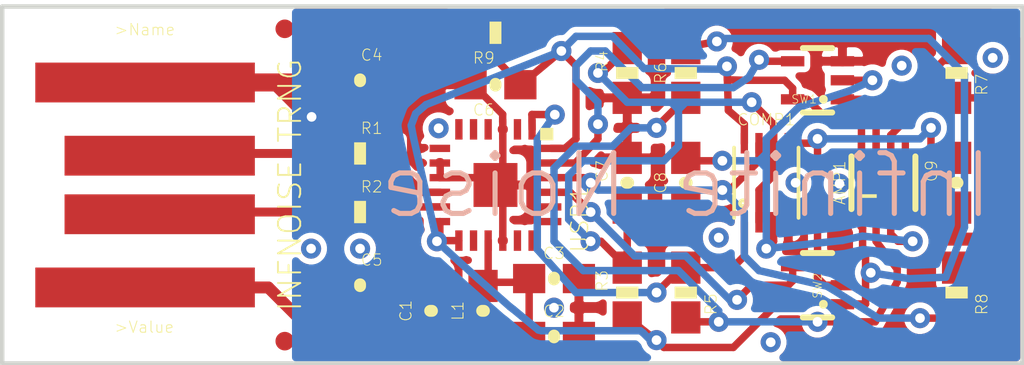
<source format=kicad_pcb>
(kicad_pcb (version 4) (host pcbnew 4.0.7)

  (general
    (links 66)
    (no_connects 9)
    (area 131.001699 98.832599 166.000501 111.174601)
    (thickness 1.6)
    (drawings 6)
    (tracks 308)
    (zones 0)
    (modules 28)
    (nets 29)
  )

  (page A4)
  (layers
    (0 Top signal)
    (31 Bottom signal)
    (32 B.Adhes user hide)
    (33 F.Adhes user hide)
    (34 B.Paste user hide)
    (35 F.Paste user hide)
    (36 B.SilkS user)
    (37 F.SilkS user)
    (38 B.Mask user hide)
    (39 F.Mask user hide)
    (40 Dwgs.User user hide)
    (41 Cmts.User user hide)
    (42 Eco1.User user hide)
    (43 Eco2.User user hide)
    (44 Edge.Cuts user)
    (45 Margin user hide)
    (46 B.CrtYd user hide)
    (47 F.CrtYd user hide)
    (48 B.Fab user hide)
    (49 F.Fab user hide)
  )

  (setup
    (last_trace_width 0.25)
    (trace_clearance 0.2)
    (zone_clearance 0.508)
    (zone_45_only no)
    (trace_min 0.2)
    (segment_width 0.2)
    (edge_width 0.15)
    (via_size 0.8)
    (via_drill 0.4)
    (via_min_size 0.4)
    (via_min_drill 0.3)
    (uvia_size 0.3)
    (uvia_drill 0.1)
    (uvias_allowed no)
    (uvia_min_size 0.2)
    (uvia_min_drill 0.1)
    (pcb_text_width 0.3)
    (pcb_text_size 1.5 1.5)
    (mod_edge_width 0.15)
    (mod_text_size 1 1)
    (mod_text_width 0.15)
    (pad_size 1.524 1.524)
    (pad_drill 0.762)
    (pad_to_mask_clearance 0.2)
    (aux_axis_origin 0 0)
    (visible_elements 7FFCFFFF)
    (pcbplotparams
      (layerselection 0x010fc_ffffffff)
      (usegerberextensions false)
      (excludeedgelayer true)
      (linewidth 0.100000)
      (plotframeref false)
      (viasonmask false)
      (mode 1)
      (useauxorigin false)
      (hpglpennumber 1)
      (hpglpenspeed 20)
      (hpglpendiameter 15)
      (hpglpenoverlay 2)
      (psnegative false)
      (psa4output false)
      (plotreference true)
      (plotvalue true)
      (plotinvisibletext false)
      (padsonsilk false)
      (subtractmaskfromsilk false)
      (outputformat 1)
      (mirror false)
      (drillshape 1)
      (scaleselection 1)
      (outputdirectory ""))
  )

  (net 0 "")
  (net 1 GND)
  (net 2 /VCC33)
  (net 3 "Net-(AMP1-Pad7)")
  (net 4 "Net-(AMP1-Pad6)")
  (net 5 /B)
  (net 6 /A)
  (net 7 "Net-(AMP1-Pad2)")
  (net 8 "Net-(AMP1-Pad1)")
  (net 9 /VCCIN)
  (net 10 /VCC)
  (net 11 /USB_P)
  (net 12 /USB_M)
  (net 13 /VREF)
  (net 14 /COMP2)
  (net 15 /COMP1)
  (net 16 "Net-(R1-Pad2)")
  (net 17 "Net-(R2-Pad2)")
  (net 18 /SW1EN)
  (net 19 /SW2EN)
  (net 20 "Net-(USB1-Pad20)")
  (net 21 "Net-(USB1-Pad19)")
  (net 22 "Net-(USB1-Pad18)")
  (net 23 "Net-(USB1-Pad17)")
  (net 24 "Net-(USB1-Pad14)")
  (net 25 "Net-(USB1-Pad6)")
  (net 26 "Net-(USB1-Pad5)")
  (net 27 "Net-(USB1-Pad4)")
  (net 28 "Net-(USB1-Pad2)")

  (net_class Default "This is the default net class."
    (clearance 0.2)
    (trace_width 0.25)
    (via_dia 0.8)
    (via_drill 0.4)
    (uvia_dia 0.3)
    (uvia_drill 0.1)
    (add_net /A)
    (add_net /B)
    (add_net /COMP1)
    (add_net /COMP2)
    (add_net /SW1EN)
    (add_net /SW2EN)
    (add_net /USB_M)
    (add_net /USB_P)
    (add_net /VCC)
    (add_net /VCC33)
    (add_net /VCCIN)
    (add_net /VREF)
    (add_net GND)
    (add_net "Net-(AMP1-Pad1)")
    (add_net "Net-(AMP1-Pad2)")
    (add_net "Net-(AMP1-Pad6)")
    (add_net "Net-(AMP1-Pad7)")
    (add_net "Net-(R1-Pad2)")
    (add_net "Net-(R2-Pad2)")
    (add_net "Net-(USB1-Pad14)")
    (add_net "Net-(USB1-Pad17)")
    (add_net "Net-(USB1-Pad18)")
    (add_net "Net-(USB1-Pad19)")
    (add_net "Net-(USB1-Pad2)")
    (add_net "Net-(USB1-Pad20)")
    (add_net "Net-(USB1-Pad4)")
    (add_net "Net-(USB1-Pad5)")
    (add_net "Net-(USB1-Pad6)")
  )

  (module USB-A-RAWPINS (layer Top) (tedit 5A973783) (tstamp 5A6BB0CC)
    (at 136.1567 105.0036)
    (path /8679BB61)
    (fp_text reference X1 (at 0 0) (layer F.SilkS) hide
      (effects (font (size 1.27 1.27) (thickness 0.15)))
    )
    (fp_text value USBRAWPINS (at 0 0) (layer F.SilkS) hide
      (effects (font (size 1.27 1.27) (thickness 0.15)))
    )
    (fp_text user >Value (at -1.27 5.08) (layer F.SilkS)
      (effects (font (size 0.38608 0.38608) (thickness 0.032512)) (justify left bottom))
    )
    (fp_text user >Name (at -1.27 -5.08) (layer F.SilkS)
      (effects (font (size 0.38608 0.38608) (thickness 0.032512)) (justify left bottom))
    )
    (fp_line (start -5 6) (end -5 -6) (layer F.Fab) (width 0.127))
    (fp_line (start 3.7 6) (end -5 6) (layer F.Fab) (width 0.127))
    (fp_line (start 3.7 -6) (end 3.7 6) (layer F.Fab) (width 0.127))
    (fp_line (start -5 -6) (end 3.7 -6) (layer F.Fab) (width 0.127))
    (pad GND smd rect (at -0.2 -3.5) (size 7.5 1.36) (layers Top F.Mask)
      (net 1 GND))
    (pad USB_ smd rect (at 0.3 -1) (size 6.5 1.36) (layers Top F.Mask)
      (net 11 /USB_P))
    (pad USB_ smd rect (at 0.3 1) (size 6.5 1.36) (layers Top F.Mask)
      (net 11 /USB_P))
    (pad 5V smd rect (at -0.2 3.5) (size 7.5 1.36) (layers Top F.Mask)
      (net 9 /VCCIN))
  )

  (module DFN8-2X3 (layer Top) (tedit 0) (tstamp 5A6BAF39)
    (at 161.1755 104.9274)
    (descr "<b>DCB Package 8-Lead Plastic DFN (2mm × 2mm)</b><p>\nSource: http://www.linear.com/pc/downloadDocument.do?navId=H0,C1,C1003,C1042,C1032,C1063,P26952,D16357")
    (path /430A283F)
    (fp_text reference AMP1 (at -1.27 0 90) (layer F.SilkS)
      (effects (font (size 0.38608 0.38608) (thickness 0.032512)) (justify bottom))
    )
    (fp_text value TSV912IQ2T (at 0 0) (layer F.SilkS) hide
      (effects (font (size 1.27 1.27) (thickness 0.15)))
    )
    (fp_poly (pts (xy -0.777 0.517) (xy -0.227 0.517) (xy -0.227 0.392) (xy -0.777 0.392)) (layer F.SilkS) (width 0))
    (fp_line (start 1.1 1.1) (end -1.1 1.1) (layer F.Fab) (width 0.2032))
    (fp_line (start 1.0922 -0.9) (end 1.0922 0.9) (layer F.SilkS) (width 0.2032))
    (fp_line (start -1.1 -1.1) (end 1.1 -1.1) (layer F.Fab) (width 0.2032))
    (fp_line (start -1.0922 0.9) (end -1.0922 -0.9) (layer F.SilkS) (width 0.2032))
    (pad 8 smd rect (at -0.75 -1.025 180) (size 0.25 0.7) (layers Top F.Paste F.Mask)
      (net 2 /VCC33))
    (pad 7 smd rect (at -0.25 -1.025 180) (size 0.25 0.7) (layers Top F.Paste F.Mask)
      (net 3 "Net-(AMP1-Pad7)"))
    (pad 6 smd rect (at 0.25 -1.025 180) (size 0.25 0.7) (layers Top F.Paste F.Mask)
      (net 4 "Net-(AMP1-Pad6)"))
    (pad 5 smd rect (at 0.75 -1.025 180) (size 0.25 0.7) (layers Top F.Paste F.Mask)
      (net 5 /B))
    (pad 4 smd rect (at 0.75 1.025 180) (size 0.25 0.7) (layers Top F.Paste F.Mask)
      (net 1 GND))
    (pad 3 smd rect (at 0.25 1.025) (size 0.25 0.7) (layers Top F.Paste F.Mask)
      (net 6 /A))
    (pad 2 smd rect (at -0.25 1.025) (size 0.25 0.7) (layers Top F.Paste F.Mask)
      (net 7 "Net-(AMP1-Pad2)"))
    (pad 1 smd rect (at -0.75 1.025) (size 0.25 0.7) (layers Top F.Paste F.Mask)
      (net 8 "Net-(AMP1-Pad1)"))
    (pad EXP smd rect (at 0 0) (size 1.6 0.45) (layers Top F.Paste F.Mask)
      (net 1 GND))
    (model Housings_DFN_QFN.3dshapes/DFN-8_2x2mm_Pitch0.5mm.wrl
      (at (xyz 0 0 0))
      (scale (xyz 1 1 1))
      (rotate (xyz 0 0 -90))
    )
  )

  (module 0603-CAP (layer Top) (tedit 0) (tstamp 5A6BAF4A)
    (at 154.4255 104.9274 90)
    (path /D3A4CB3D)
    (fp_text reference C8 (at 0 -0.635 90) (layer F.SilkS)
      (effects (font (size 0.38608 0.38608) (thickness 0.032512)) (justify bottom))
    )
    (fp_text value 220pF (at 0 0 90) (layer F.SilkS) hide
      (effects (font (size 1.27 1.27) (thickness 0.15)))
    )
    (fp_poly (pts (xy -0.1999 0.3) (xy 0.1999 0.3) (xy 0.1999 -0.3) (xy -0.1999 -0.3)) (layer F.Adhes) (width 0))
    (fp_poly (pts (xy 0.3302 0.4699) (xy 0.8303 0.4699) (xy 0.8303 -0.4801) (xy 0.3302 -0.4801)) (layer F.Fab) (width 0))
    (fp_poly (pts (xy -0.8382 0.4699) (xy -0.3381 0.4699) (xy -0.3381 -0.4801) (xy -0.8382 -0.4801)) (layer F.Fab) (width 0))
    (fp_line (start 0 -0.0305) (end 0 0.0305) (layer F.SilkS) (width 0.4064))
    (fp_line (start -0.356 0.419) (end 0.356 0.419) (layer F.Fab) (width 0.1016))
    (fp_line (start -0.356 -0.432) (end 0.356 -0.432) (layer F.Fab) (width 0.1016))
    (fp_line (start -1.5 0.85) (end -1.5 -0.85) (layer Dwgs.User) (width 0.0508))
    (fp_line (start 1.5 0.85) (end -1.5 0.85) (layer Dwgs.User) (width 0.0508))
    (fp_line (start 1.5 -0.85) (end 1.5 0.85) (layer Dwgs.User) (width 0.0508))
    (fp_line (start -1.5 -0.85) (end 1.5 -0.85) (layer Dwgs.User) (width 0.0508))
    (pad 2 smd rect (at 0.85 0 90) (size 1.1 1) (layers Top F.Paste F.Mask)
      (net 6 /A))
    (pad 1 smd rect (at -0.85 0 90) (size 1.1 1) (layers Top F.Paste F.Mask)
      (net 1 GND))
    (model Capacitors_SMD.3dshapes/C_0603.wrl
      (at (xyz 0 0 0))
      (scale (xyz 1 1 1))
      (rotate (xyz 0 0 0))
    )
  )

  (module 0603-CAP (layer Top) (tedit 0) (tstamp 5A6BAF59)
    (at 163.6755 104.9274 90)
    (path /81AAAD82)
    (fp_text reference C9 (at 0 -0.635 90) (layer F.SilkS)
      (effects (font (size 0.38608 0.38608) (thickness 0.030886)) (justify left bottom))
    )
    (fp_text value 220pF (at 0 0 90) (layer F.SilkS) hide
      (effects (font (size 1.27 1.27) (thickness 0.15)))
    )
    (fp_poly (pts (xy -0.1999 0.3) (xy 0.1999 0.3) (xy 0.1999 -0.3) (xy -0.1999 -0.3)) (layer F.Adhes) (width 0))
    (fp_poly (pts (xy 0.3302 0.4699) (xy 0.8303 0.4699) (xy 0.8303 -0.4801) (xy 0.3302 -0.4801)) (layer F.Fab) (width 0))
    (fp_poly (pts (xy -0.8382 0.4699) (xy -0.3381 0.4699) (xy -0.3381 -0.4801) (xy -0.8382 -0.4801)) (layer F.Fab) (width 0))
    (fp_line (start 0 -0.0305) (end 0 0.0305) (layer F.SilkS) (width 0.4064))
    (fp_line (start -0.356 0.419) (end 0.356 0.419) (layer F.Fab) (width 0.1016))
    (fp_line (start -0.356 -0.432) (end 0.356 -0.432) (layer F.Fab) (width 0.1016))
    (fp_line (start -1.5 0.85) (end -1.5 -0.85) (layer Dwgs.User) (width 0.0508))
    (fp_line (start 1.5 0.85) (end -1.5 0.85) (layer Dwgs.User) (width 0.0508))
    (fp_line (start 1.5 -0.85) (end 1.5 0.85) (layer Dwgs.User) (width 0.0508))
    (fp_line (start -1.5 -0.85) (end 1.5 -0.85) (layer Dwgs.User) (width 0.0508))
    (pad 2 smd rect (at 0.85 0 90) (size 1.1 1) (layers Top F.Paste F.Mask)
      (net 5 /B))
    (pad 1 smd rect (at -0.85 0 90) (size 1.1 1) (layers Top F.Paste F.Mask)
      (net 1 GND))
    (model Capacitors_SMD.3dshapes/C_0603.wrl
      (at (xyz 0 0 0))
      (scale (xyz 1 1 1))
      (rotate (xyz 0 0 0))
    )
  )

  (module 0603-CAP (layer Top) (tedit 0) (tstamp 5A6BAF68)
    (at 143.3005 101.4274)
    (path /9D8B79E0)
    (fp_text reference C4 (at 0 -0.635) (layer F.SilkS)
      (effects (font (size 0.38608 0.38608) (thickness 0.030886)) (justify left bottom))
    )
    (fp_text value 47pF (at 0 0) (layer F.SilkS) hide
      (effects (font (size 1.27 1.27) (thickness 0.15)))
    )
    (fp_poly (pts (xy -0.1999 0.3) (xy 0.1999 0.3) (xy 0.1999 -0.3) (xy -0.1999 -0.3)) (layer F.Adhes) (width 0))
    (fp_poly (pts (xy 0.3302 0.4699) (xy 0.8303 0.4699) (xy 0.8303 -0.4801) (xy 0.3302 -0.4801)) (layer F.Fab) (width 0))
    (fp_poly (pts (xy -0.8382 0.4699) (xy -0.3381 0.4699) (xy -0.3381 -0.4801) (xy -0.8382 -0.4801)) (layer F.Fab) (width 0))
    (fp_line (start 0 -0.0305) (end 0 0.0305) (layer F.SilkS) (width 0.4064))
    (fp_line (start -0.356 0.419) (end 0.356 0.419) (layer F.Fab) (width 0.1016))
    (fp_line (start -0.356 -0.432) (end 0.356 -0.432) (layer F.Fab) (width 0.1016))
    (fp_line (start -1.5 0.85) (end -1.5 -0.85) (layer Dwgs.User) (width 0.0508))
    (fp_line (start 1.5 0.85) (end -1.5 0.85) (layer Dwgs.User) (width 0.0508))
    (fp_line (start 1.5 -0.85) (end 1.5 0.85) (layer Dwgs.User) (width 0.0508))
    (fp_line (start -1.5 -0.85) (end 1.5 -0.85) (layer Dwgs.User) (width 0.0508))
    (pad 2 smd rect (at 0.85 0) (size 1.1 1) (layers Top F.Paste F.Mask)
      (net 1 GND))
    (pad 1 smd rect (at -0.85 0) (size 1.1 1) (layers Top F.Paste F.Mask)
      (net 11 /USB_P))
    (model Capacitors_SMD.3dshapes/C_0603.wrl
      (at (xyz 0 0 0))
      (scale (xyz 1 1 1))
      (rotate (xyz 0 0 0))
    )
  )

  (module 0603-CAP (layer Top) (tedit 0) (tstamp 5A6BAF77)
    (at 143.3005 108.4274)
    (path /B58DF706)
    (fp_text reference C5 (at 0 -0.635) (layer F.SilkS)
      (effects (font (size 0.38608 0.38608) (thickness 0.030886)) (justify left bottom))
    )
    (fp_text value 47pF (at 0 0) (layer F.SilkS) hide
      (effects (font (size 1.27 1.27) (thickness 0.15)))
    )
    (fp_poly (pts (xy -0.1999 0.3) (xy 0.1999 0.3) (xy 0.1999 -0.3) (xy -0.1999 -0.3)) (layer F.Adhes) (width 0))
    (fp_poly (pts (xy 0.3302 0.4699) (xy 0.8303 0.4699) (xy 0.8303 -0.4801) (xy 0.3302 -0.4801)) (layer F.Fab) (width 0))
    (fp_poly (pts (xy -0.8382 0.4699) (xy -0.3381 0.4699) (xy -0.3381 -0.4801) (xy -0.8382 -0.4801)) (layer F.Fab) (width 0))
    (fp_line (start 0 -0.0305) (end 0 0.0305) (layer F.SilkS) (width 0.4064))
    (fp_line (start -0.356 0.419) (end 0.356 0.419) (layer F.Fab) (width 0.1016))
    (fp_line (start -0.356 -0.432) (end 0.356 -0.432) (layer F.Fab) (width 0.1016))
    (fp_line (start -1.5 0.85) (end -1.5 -0.85) (layer Dwgs.User) (width 0.0508))
    (fp_line (start 1.5 0.85) (end -1.5 0.85) (layer Dwgs.User) (width 0.0508))
    (fp_line (start 1.5 -0.85) (end 1.5 0.85) (layer Dwgs.User) (width 0.0508))
    (fp_line (start -1.5 -0.85) (end 1.5 -0.85) (layer Dwgs.User) (width 0.0508))
    (pad 2 smd rect (at 0.85 0) (size 1.1 1) (layers Top F.Paste F.Mask)
      (net 1 GND))
    (pad 1 smd rect (at -0.85 0) (size 1.1 1) (layers Top F.Paste F.Mask)
      (net 12 /USB_M))
    (model Capacitors_SMD.3dshapes/C_0603.wrl
      (at (xyz 0 0 0))
      (scale (xyz 1 1 1))
      (rotate (xyz 0 0 0))
    )
  )

  (module 0603-CAP (layer Top) (tedit 0) (tstamp 5A6BAF86)
    (at 147.9255 101.579 180)
    (path /21A596BE)
    (fp_text reference C6 (at 0 -0.635 180) (layer F.SilkS)
      (effects (font (size 0.38608 0.38608) (thickness 0.032512)) (justify right top))
    )
    (fp_text value 100nF (at 0 0 180) (layer F.SilkS) hide
      (effects (font (size 1.27 1.27) (thickness 0.15)) (justify right top))
    )
    (fp_poly (pts (xy -0.1999 0.3) (xy 0.1999 0.3) (xy 0.1999 -0.3) (xy -0.1999 -0.3)) (layer F.Adhes) (width 0))
    (fp_poly (pts (xy 0.3302 0.4699) (xy 0.8303 0.4699) (xy 0.8303 -0.4801) (xy 0.3302 -0.4801)) (layer F.Fab) (width 0))
    (fp_poly (pts (xy -0.8382 0.4699) (xy -0.3381 0.4699) (xy -0.3381 -0.4801) (xy -0.8382 -0.4801)) (layer F.Fab) (width 0))
    (fp_line (start 0 -0.0305) (end 0 0.0305) (layer F.SilkS) (width 0.4064))
    (fp_line (start -0.356 0.419) (end 0.356 0.419) (layer F.Fab) (width 0.1016))
    (fp_line (start -0.356 -0.432) (end 0.356 -0.432) (layer F.Fab) (width 0.1016))
    (fp_line (start -1.5 0.85) (end -1.5 -0.85) (layer Dwgs.User) (width 0.0508))
    (fp_line (start 1.5 0.85) (end -1.5 0.85) (layer Dwgs.User) (width 0.0508))
    (fp_line (start 1.5 -0.85) (end 1.5 0.85) (layer Dwgs.User) (width 0.0508))
    (fp_line (start -1.5 -0.85) (end 1.5 -0.85) (layer Dwgs.User) (width 0.0508))
    (pad 2 smd rect (at 0.85 0 180) (size 1.1 1) (layers Top F.Paste F.Mask)
      (net 1 GND))
    (pad 1 smd rect (at -0.85 0 180) (size 1.1 1) (layers Top F.Paste F.Mask)
      (net 2 /VCC33))
    (model Capacitors_SMD.3dshapes/C_0603.wrl
      (at (xyz 0 0 0))
      (scale (xyz 1 1 1))
      (rotate (xyz 0 0 0))
    )
  )

  (module 0603-CAP (layer Top) (tedit 0) (tstamp 5A6BAF95)
    (at 149.9255 110.1774)
    (path /39D9FF9F)
    (fp_text reference C2 (at 0 -0.635) (layer F.SilkS)
      (effects (font (size 0.38608 0.38608) (thickness 0.032512)) (justify bottom))
    )
    (fp_text value 4.7uF (at 0 0) (layer F.SilkS) hide
      (effects (font (size 1.27 1.27) (thickness 0.15)))
    )
    (fp_poly (pts (xy -0.1999 0.3) (xy 0.1999 0.3) (xy 0.1999 -0.3) (xy -0.1999 -0.3)) (layer F.Adhes) (width 0))
    (fp_poly (pts (xy 0.3302 0.4699) (xy 0.8303 0.4699) (xy 0.8303 -0.4801) (xy 0.3302 -0.4801)) (layer F.Fab) (width 0))
    (fp_poly (pts (xy -0.8382 0.4699) (xy -0.3381 0.4699) (xy -0.3381 -0.4801) (xy -0.8382 -0.4801)) (layer F.Fab) (width 0))
    (fp_line (start 0 -0.0305) (end 0 0.0305) (layer F.SilkS) (width 0.4064))
    (fp_line (start -0.356 0.419) (end 0.356 0.419) (layer F.Fab) (width 0.1016))
    (fp_line (start -0.356 -0.432) (end 0.356 -0.432) (layer F.Fab) (width 0.1016))
    (fp_line (start -1.5 0.85) (end -1.5 -0.85) (layer Dwgs.User) (width 0.0508))
    (fp_line (start 1.5 0.85) (end -1.5 0.85) (layer Dwgs.User) (width 0.0508))
    (fp_line (start 1.5 -0.85) (end 1.5 0.85) (layer Dwgs.User) (width 0.0508))
    (fp_line (start -1.5 -0.85) (end 1.5 -0.85) (layer Dwgs.User) (width 0.0508))
    (pad 2 smd rect (at 0.85 0) (size 1.1 1) (layers Top F.Paste F.Mask)
      (net 1 GND))
    (pad 1 smd rect (at -0.85 0) (size 1.1 1) (layers Top F.Paste F.Mask)
      (net 10 /VCC))
    (model Capacitors_SMD.3dshapes/C_0603.wrl
      (at (xyz 0 0 0))
      (scale (xyz 1 1 1))
      (rotate (xyz 0 0 0))
    )
  )

  (module 0603-CAP (layer Top) (tedit 0) (tstamp 5A6BAFA4)
    (at 149.9255 108.1996)
    (path /2D93CF11)
    (fp_text reference C3 (at 0 -0.635) (layer F.SilkS)
      (effects (font (size 0.38608 0.38608) (thickness 0.032512)) (justify bottom))
    )
    (fp_text value 100nF (at 0 0) (layer F.SilkS) hide
      (effects (font (size 1.27 1.27) (thickness 0.15)))
    )
    (fp_poly (pts (xy -0.1999 0.3) (xy 0.1999 0.3) (xy 0.1999 -0.3) (xy -0.1999 -0.3)) (layer F.Adhes) (width 0))
    (fp_poly (pts (xy 0.3302 0.4699) (xy 0.8303 0.4699) (xy 0.8303 -0.4801) (xy 0.3302 -0.4801)) (layer F.Fab) (width 0))
    (fp_poly (pts (xy -0.8382 0.4699) (xy -0.3381 0.4699) (xy -0.3381 -0.4801) (xy -0.8382 -0.4801)) (layer F.Fab) (width 0))
    (fp_line (start 0 -0.0305) (end 0 0.0305) (layer F.SilkS) (width 0.4064))
    (fp_line (start -0.356 0.419) (end 0.356 0.419) (layer F.Fab) (width 0.1016))
    (fp_line (start -0.356 -0.432) (end 0.356 -0.432) (layer F.Fab) (width 0.1016))
    (fp_line (start -1.5 0.85) (end -1.5 -0.85) (layer Dwgs.User) (width 0.0508))
    (fp_line (start 1.5 0.85) (end -1.5 0.85) (layer Dwgs.User) (width 0.0508))
    (fp_line (start 1.5 -0.85) (end 1.5 0.85) (layer Dwgs.User) (width 0.0508))
    (fp_line (start -1.5 -0.85) (end 1.5 -0.85) (layer Dwgs.User) (width 0.0508))
    (pad 2 smd rect (at 0.85 0) (size 1.1 1) (layers Top F.Paste F.Mask)
      (net 1 GND))
    (pad 1 smd rect (at -0.85 0) (size 1.1 1) (layers Top F.Paste F.Mask)
      (net 10 /VCC))
    (model Capacitors_SMD.3dshapes/C_0603.wrl
      (at (xyz 0 0 0))
      (scale (xyz 1 1 1))
      (rotate (xyz 0 0 0))
    )
  )

  (module 0603-CAP (layer Top) (tedit 0) (tstamp 5A6BAFB3)
    (at 145.7255 109.3024 90)
    (path /4931D545)
    (fp_text reference C1 (at 0 -0.635 90) (layer F.SilkS)
      (effects (font (size 0.38608 0.38608) (thickness 0.032512)) (justify bottom))
    )
    (fp_text value 10nF (at 0 0 90) (layer F.SilkS) hide
      (effects (font (size 1.27 1.27) (thickness 0.15)))
    )
    (fp_poly (pts (xy -0.1999 0.3) (xy 0.1999 0.3) (xy 0.1999 -0.3) (xy -0.1999 -0.3)) (layer F.Adhes) (width 0))
    (fp_poly (pts (xy 0.3302 0.4699) (xy 0.8303 0.4699) (xy 0.8303 -0.4801) (xy 0.3302 -0.4801)) (layer F.Fab) (width 0))
    (fp_poly (pts (xy -0.8382 0.4699) (xy -0.3381 0.4699) (xy -0.3381 -0.4801) (xy -0.8382 -0.4801)) (layer F.Fab) (width 0))
    (fp_line (start 0 -0.0305) (end 0 0.0305) (layer F.SilkS) (width 0.4064))
    (fp_line (start -0.356 0.419) (end 0.356 0.419) (layer F.Fab) (width 0.1016))
    (fp_line (start -0.356 -0.432) (end 0.356 -0.432) (layer F.Fab) (width 0.1016))
    (fp_line (start -1.5 0.85) (end -1.5 -0.85) (layer Dwgs.User) (width 0.0508))
    (fp_line (start 1.5 0.85) (end -1.5 0.85) (layer Dwgs.User) (width 0.0508))
    (fp_line (start 1.5 -0.85) (end 1.5 0.85) (layer Dwgs.User) (width 0.0508))
    (fp_line (start -1.5 -0.85) (end 1.5 -0.85) (layer Dwgs.User) (width 0.0508))
    (pad 2 smd rect (at 0.85 0 90) (size 1.1 1) (layers Top F.Paste F.Mask)
      (net 1 GND))
    (pad 1 smd rect (at -0.85 0 90) (size 1.1 1) (layers Top F.Paste F.Mask)
      (net 9 /VCCIN))
    (model Capacitors_SMD.3dshapes/C_0603.wrl
      (at (xyz 0 0 0))
      (scale (xyz 1 1 1))
      (rotate (xyz 0 0 0))
    )
  )

  (module SSOP8-P-0.50A (layer Top) (tedit 0) (tstamp 5A6BAFC2)
    (at 157.1755 104.9274)
    (path /931AB80C)
    (fp_text reference COMP1 (at 0 -1.9304) (layer F.SilkS)
      (effects (font (size 0.38608 0.38608) (thickness 0.032512)) (justify bottom))
    )
    (fp_text value TC75W57FK (at 0 0) (layer F.SilkS) hide
      (effects (font (size 1.27 1.27) (thickness 0.15)))
    )
    (fp_circle (center -0.8 0.7) (end -0.7 0.7) (layer F.SilkS) (width 0.127))
    (fp_line (start 1.1 -1.2) (end 1.1 1.2) (layer F.SilkS) (width 0.127))
    (fp_line (start -1.1 -1.2) (end -1.1 1.2) (layer F.SilkS) (width 0.127))
    (pad 8 smd rect (at -0.75 -1.35 270) (size 0.7 0.25) (layers Top F.Paste F.Mask)
      (net 2 /VCC33))
    (pad 7 smd rect (at -0.25 -1.35 270) (size 0.7 0.25) (layers Top F.Paste F.Mask)
      (net 14 /COMP2))
    (pad 6 smd rect (at 0.25 -1.35 270) (size 0.7 0.25) (layers Top F.Paste F.Mask)
      (net 13 /VREF))
    (pad 5 smd rect (at 0.75 -1.35 270) (size 0.7 0.25) (layers Top F.Paste F.Mask)
      (net 5 /B))
    (pad 4 smd rect (at 0.75 1.35 90) (size 0.7 0.25) (layers Top F.Paste F.Mask)
      (net 1 GND))
    (pad 3 smd rect (at 0.25 1.35 90) (size 0.7 0.25) (layers Top F.Paste F.Mask)
      (net 6 /A))
    (pad 2 smd rect (at -0.25 1.35 90) (size 0.7 0.25) (layers Top F.Paste F.Mask)
      (net 13 /VREF))
    (pad 1 smd rect (at -0.75 1.35 90) (size 0.7 0.25) (layers Top F.Paste F.Mask)
      (net 15 /COMP1))
    (model Housings_SSOP.3dshapes/VSSOP-8_2.3x2mm_Pitch0.5mm.wrl
      (at (xyz 0 0 0))
      (scale (xyz 1 1 1))
      (rotate (xyz 0 0 -90))
    )
  )

  (module QFN24-4X4 (layer Top) (tedit 0) (tstamp 5A6BAFD0)
    (at 147.9255 105.0036 270)
    (descr "<b>UF Package 24-Lead (4mm × 4mm) Plastic QFN</b><p>\nSource: http://cds.linear.com/docs/Datasheet/5598f.pdf")
    (path /022A0DE2)
    (fp_text reference USB1 (at 0 -2.54 450) (layer F.SilkS)
      (effects (font (size 0.57912 0.57912) (thickness 0.046329)) (justify right top))
    )
    (fp_text value FT240XQ (at 0 0 270) (layer F.SilkS) hide
      (effects (font (size 1.27 1.27) (thickness 0.15)) (justify right top))
    )
    (fp_poly (pts (xy 0.2 0.6) (xy 0.6 0.6) (xy 0.6 0.2) (xy 0.2 0.2)) (layer F.Paste) (width 0))
    (fp_poly (pts (xy -0.6 0.6) (xy -0.2 0.6) (xy -0.2 0.2) (xy -0.6 0.2)) (layer F.Paste) (width 0))
    (fp_poly (pts (xy 0.2 -0.2) (xy 0.6 -0.2) (xy 0.6 -0.6) (xy 0.2 -0.6)) (layer F.Paste) (width 0))
    (fp_poly (pts (xy -0.6 -0.2) (xy -0.2 -0.2) (xy -0.2 -0.6) (xy -0.6 -0.6)) (layer F.Paste) (width 0))
    (fp_poly (pts (xy -1.3 1.3) (xy 1.3 1.3) (xy 1.3 -1.3) (xy -1.3 -1.3)) (layer F.Mask) (width 0))
    (fp_poly (pts (xy -1.95 -1.525) (xy -1.525 -1.525) (xy -1.525 -1.975) (xy -1.95 -1.975)) (layer F.SilkS) (width 0))
    (fp_circle (center -1.345 -1.345) (end -1.19 -1.345) (layer F.Fab) (width 0))
    (fp_line (start -1.9 -1.9) (end -1.9 1.9) (layer F.Fab) (width 0.2032))
    (fp_line (start 1.9 -1.9) (end -1.9 -1.9) (layer F.Fab) (width 0.2032))
    (fp_line (start 1.9 1.9) (end 1.9 -1.9) (layer F.Fab) (width 0.2032))
    (fp_line (start -1.9 1.9) (end 1.9 1.9) (layer F.Fab) (width 0.2032))
    (pad EXP smd rect (at 0 0 270) (size 1.5 1.5) (layers Top F.Paste F.Mask)
      (net 1 GND))
    (pad 24 smd rect (at -1.25 -1.9 180) (size 0.7 0.25) (layers Top F.Paste F.Mask)
      (net 2 /VCC33))
    (pad 23 smd rect (at -0.75 -1.9 180) (size 0.7 0.25) (layers Top F.Paste F.Mask)
      (net 18 /SW1EN))
    (pad 22 smd rect (at -0.25 -1.9 180) (size 0.7 0.25) (layers Top F.Paste F.Mask)
      (net 14 /COMP2))
    (pad 21 smd rect (at 0.25 -1.9 180) (size 0.7 0.25) (layers Top F.Paste F.Mask)
      (net 19 /SW2EN))
    (pad 20 smd rect (at 0.75 -1.9 180) (size 0.7 0.25) (layers Top F.Paste F.Mask)
      (net 20 "Net-(USB1-Pad20)"))
    (pad 19 smd rect (at 1.25 -1.9 180) (size 0.7 0.25) (layers Top F.Paste F.Mask)
      (net 21 "Net-(USB1-Pad19)"))
    (pad 18 smd rect (at 1.9 -1.25 90) (size 0.7 0.25) (layers Top F.Paste F.Mask)
      (net 22 "Net-(USB1-Pad18)"))
    (pad 17 smd rect (at 1.9 -0.75 90) (size 0.7 0.25) (layers Top F.Paste F.Mask)
      (net 23 "Net-(USB1-Pad17)"))
    (pad 16 smd rect (at 1.9 -0.25 90) (size 0.7 0.25) (layers Top F.Paste F.Mask)
      (net 1 GND))
    (pad 15 smd rect (at 1.9 0.25 90) (size 0.7 0.25) (layers Top F.Paste F.Mask)
      (net 10 /VCC))
    (pad 14 smd rect (at 1.9 0.75 90) (size 0.7 0.25) (layers Top F.Paste F.Mask)
      (net 24 "Net-(USB1-Pad14)"))
    (pad 13 smd rect (at 1.9 1.25 90) (size 0.7 0.25) (layers Top F.Paste F.Mask)
      (net 2 /VCC33))
    (pad 12 smd rect (at 1.25 1.9) (size 0.7 0.25) (layers Top F.Paste F.Mask)
      (net 2 /VCC33))
    (pad 11 smd rect (at 0.75 1.9) (size 0.7 0.25) (layers Top F.Paste F.Mask)
      (net 17 "Net-(R2-Pad2)"))
    (pad 10 smd rect (at 0.25 1.9) (size 0.7 0.25) (layers Top F.Paste F.Mask)
      (net 16 "Net-(R1-Pad2)"))
    (pad 9 smd rect (at -0.25 1.9) (size 0.7 0.25) (layers Top F.Paste F.Mask)
      (net 1 GND))
    (pad 8 smd rect (at -0.75 1.9) (size 0.7 0.25) (layers Top F.Paste F.Mask)
      (net 1 GND))
    (pad 7 smd rect (at -1.25 1.9) (size 0.7 0.25) (layers Top F.Paste F.Mask)
      (net 1 GND))
    (pad 6 smd rect (at -1.9 1.25 270) (size 0.7 0.25) (layers Top F.Paste F.Mask)
      (net 25 "Net-(USB1-Pad6)"))
    (pad 5 smd rect (at -1.9 0.75 270) (size 0.7 0.25) (layers Top F.Paste F.Mask)
      (net 26 "Net-(USB1-Pad5)"))
    (pad 4 smd rect (at -1.9 0.25 270) (size 0.7 0.25) (layers Top F.Paste F.Mask)
      (net 27 "Net-(USB1-Pad4)"))
    (pad 3 smd rect (at -1.9 -0.25 270) (size 0.7 0.25) (layers Top F.Paste F.Mask)
      (net 1 GND))
    (pad 2 smd rect (at -1.9 -0.75 270) (size 0.7 0.25) (layers Top F.Paste F.Mask)
      (net 28 "Net-(USB1-Pad2)"))
    (pad 1 smd rect (at -1.9 -1.25 270) (size 0.7 0.25) (layers Top F.Paste F.Mask)
      (net 15 /COMP1))
    (model SMD_Packages.3dshapes/QFN_24-1EP.wrl
      (at (xyz 0 0 0))
      (scale (xyz 1 1 1))
      (rotate (xyz 0 0 0))
    )
  )

  (module 0603-IND (layer Top) (tedit 0) (tstamp 5A6BAFF7)
    (at 147.5005 109.3024 90)
    (path /FF1B59BB)
    (fp_text reference L1 (at 0 -0.635 90) (layer F.SilkS)
      (effects (font (size 0.38608 0.38608) (thickness 0.032512)) (justify bottom))
    )
    (fp_text value FERRITE-BEAD0603-IND (at 0 0 90) (layer F.SilkS) hide
      (effects (font (size 1.27 1.27) (thickness 0.15)))
    )
    (fp_poly (pts (xy -0.1999 0.3) (xy 0.1999 0.3) (xy 0.1999 -0.3) (xy -0.1999 -0.3)) (layer F.Adhes) (width 0))
    (fp_poly (pts (xy 0.3302 0.4699) (xy 0.8303 0.4699) (xy 0.8303 -0.4801) (xy 0.3302 -0.4801)) (layer F.Fab) (width 0))
    (fp_poly (pts (xy -0.8382 0.4699) (xy -0.3381 0.4699) (xy -0.3381 -0.4801) (xy -0.8382 -0.4801)) (layer F.Fab) (width 0))
    (fp_line (start 0 -0.0305) (end 0 0.0305) (layer F.SilkS) (width 0.4064))
    (fp_line (start -0.356 0.419) (end 0.356 0.419) (layer F.Fab) (width 0.1016))
    (fp_line (start -0.356 -0.432) (end 0.356 -0.432) (layer F.Fab) (width 0.1016))
    (fp_line (start -1.5 0.85) (end -1.5 -0.85) (layer Dwgs.User) (width 0.0508))
    (fp_line (start 1.5 0.85) (end -1.5 0.85) (layer Dwgs.User) (width 0.0508))
    (fp_line (start 1.5 -0.85) (end 1.5 0.85) (layer Dwgs.User) (width 0.0508))
    (fp_line (start -1.5 -0.85) (end 1.5 -0.85) (layer Dwgs.User) (width 0.0508))
    (pad 2 smd rect (at 0.85 0 90) (size 1.1 1) (layers Top F.Paste F.Mask)
      (net 10 /VCC))
    (pad 1 smd rect (at -0.85 0 90) (size 1.1 1) (layers Top F.Paste F.Mask)
      (net 9 /VCCIN))
    (model Inductors_SMD.3dshapes/L_0603.wrl
      (at (xyz 0 0 0))
      (scale (xyz 1 1 1))
      (rotate (xyz 0 0 0))
    )
  )

  (module 0603-RES (layer Top) (tedit 0) (tstamp 5A6BB006)
    (at 143.3005 103.9274)
    (path /23750506)
    (fp_text reference R1 (at 0 -0.635) (layer F.SilkS)
      (effects (font (size 0.38608 0.38608) (thickness 0.030886)) (justify left bottom))
    )
    (fp_text value 27 (at 0 0) (layer F.SilkS) hide
      (effects (font (size 1.27 1.27) (thickness 0.15)))
    )
    (fp_poly (pts (xy -0.2032 0.381) (xy 0.2032 0.381) (xy 0.2032 -0.381) (xy -0.2032 -0.381)) (layer F.SilkS) (width 0))
    (fp_poly (pts (xy -0.1999 0.3) (xy 0.1999 0.3) (xy 0.1999 -0.3) (xy -0.1999 -0.3)) (layer F.Adhes) (width 0))
    (fp_poly (pts (xy 0.3302 0.4699) (xy 0.8303 0.4699) (xy 0.8303 -0.4801) (xy 0.3302 -0.4801)) (layer F.Fab) (width 0))
    (fp_poly (pts (xy -0.8382 0.4699) (xy -0.3381 0.4699) (xy -0.3381 -0.4801) (xy -0.8382 -0.4801)) (layer F.Fab) (width 0))
    (fp_line (start -0.356 0.419) (end 0.356 0.419) (layer F.Fab) (width 0.1016))
    (fp_line (start -0.356 -0.432) (end 0.356 -0.432) (layer F.Fab) (width 0.1016))
    (fp_line (start -1.5 0.85) (end -1.5 -0.85) (layer Dwgs.User) (width 0.0508))
    (fp_line (start 1.5 0.85) (end -1.5 0.85) (layer Dwgs.User) (width 0.0508))
    (fp_line (start 1.5 -0.85) (end 1.5 0.85) (layer Dwgs.User) (width 0.0508))
    (fp_line (start -1.5 -0.85) (end 1.5 -0.85) (layer Dwgs.User) (width 0.0508))
    (pad 2 smd rect (at 0.85 0) (size 1.1 1) (layers Top F.Paste F.Mask)
      (net 16 "Net-(R1-Pad2)"))
    (pad 1 smd rect (at -0.85 0) (size 1.1 1) (layers Top F.Paste F.Mask)
      (net 11 /USB_P))
    (model Resistors_SMD.3dshapes/R_0603.wrl
      (at (xyz 0 0 0))
      (scale (xyz 1 1 1))
      (rotate (xyz 0 0 0))
    )
  )

  (module 0603-RES (layer Top) (tedit 0) (tstamp 5A6BB015)
    (at 143.3005 105.9274)
    (path /F24DE2BB)
    (fp_text reference R2 (at 0 -0.635) (layer F.SilkS)
      (effects (font (size 0.38608 0.38608) (thickness 0.030886)) (justify left bottom))
    )
    (fp_text value 27 (at 0 0) (layer F.SilkS) hide
      (effects (font (size 1.27 1.27) (thickness 0.15)))
    )
    (fp_poly (pts (xy -0.2032 0.381) (xy 0.2032 0.381) (xy 0.2032 -0.381) (xy -0.2032 -0.381)) (layer F.SilkS) (width 0))
    (fp_poly (pts (xy -0.1999 0.3) (xy 0.1999 0.3) (xy 0.1999 -0.3) (xy -0.1999 -0.3)) (layer F.Adhes) (width 0))
    (fp_poly (pts (xy 0.3302 0.4699) (xy 0.8303 0.4699) (xy 0.8303 -0.4801) (xy 0.3302 -0.4801)) (layer F.Fab) (width 0))
    (fp_poly (pts (xy -0.8382 0.4699) (xy -0.3381 0.4699) (xy -0.3381 -0.4801) (xy -0.8382 -0.4801)) (layer F.Fab) (width 0))
    (fp_line (start -0.356 0.419) (end 0.356 0.419) (layer F.Fab) (width 0.1016))
    (fp_line (start -0.356 -0.432) (end 0.356 -0.432) (layer F.Fab) (width 0.1016))
    (fp_line (start -1.5 0.85) (end -1.5 -0.85) (layer Dwgs.User) (width 0.0508))
    (fp_line (start 1.5 0.85) (end -1.5 0.85) (layer Dwgs.User) (width 0.0508))
    (fp_line (start 1.5 -0.85) (end 1.5 0.85) (layer Dwgs.User) (width 0.0508))
    (fp_line (start -1.5 -0.85) (end 1.5 -0.85) (layer Dwgs.User) (width 0.0508))
    (pad 2 smd rect (at 0.85 0) (size 1.1 1) (layers Top F.Paste F.Mask)
      (net 17 "Net-(R2-Pad2)"))
    (pad 1 smd rect (at -0.85 0) (size 1.1 1) (layers Top F.Paste F.Mask)
      (net 12 /USB_M))
    (model Resistors_SMD.3dshapes/R_0603.wrl
      (at (xyz 0 0 0))
      (scale (xyz 1 1 1))
      (rotate (xyz 0 0 0))
    )
  )

  (module 0603-RES (layer Top) (tedit 0) (tstamp 5A6BB024)
    (at 154.4255 101.1774 90)
    (path /50013407)
    (fp_text reference R6 (at 0 -0.635 90) (layer F.SilkS)
      (effects (font (size 0.38608 0.38608) (thickness 0.032512)) (justify bottom))
    )
    (fp_text value 8.2K (at 0 0 90) (layer F.SilkS) hide
      (effects (font (size 1.27 1.27) (thickness 0.15)))
    )
    (fp_poly (pts (xy -0.2032 0.381) (xy 0.2032 0.381) (xy 0.2032 -0.381) (xy -0.2032 -0.381)) (layer F.SilkS) (width 0))
    (fp_poly (pts (xy -0.1999 0.3) (xy 0.1999 0.3) (xy 0.1999 -0.3) (xy -0.1999 -0.3)) (layer F.Adhes) (width 0))
    (fp_poly (pts (xy 0.3302 0.4699) (xy 0.8303 0.4699) (xy 0.8303 -0.4801) (xy 0.3302 -0.4801)) (layer F.Fab) (width 0))
    (fp_poly (pts (xy -0.8382 0.4699) (xy -0.3381 0.4699) (xy -0.3381 -0.4801) (xy -0.8382 -0.4801)) (layer F.Fab) (width 0))
    (fp_line (start -0.356 0.419) (end 0.356 0.419) (layer F.Fab) (width 0.1016))
    (fp_line (start -0.356 -0.432) (end 0.356 -0.432) (layer F.Fab) (width 0.1016))
    (fp_line (start -1.5 0.85) (end -1.5 -0.85) (layer Dwgs.User) (width 0.0508))
    (fp_line (start 1.5 0.85) (end -1.5 0.85) (layer Dwgs.User) (width 0.0508))
    (fp_line (start 1.5 -0.85) (end 1.5 0.85) (layer Dwgs.User) (width 0.0508))
    (fp_line (start -1.5 -0.85) (end 1.5 -0.85) (layer Dwgs.User) (width 0.0508))
    (pad 2 smd rect (at 0.85 0 90) (size 1.1 1) (layers Top F.Paste F.Mask)
      (net 8 "Net-(AMP1-Pad1)"))
    (pad 1 smd rect (at -0.85 0 90) (size 1.1 1) (layers Top F.Paste F.Mask)
      (net 7 "Net-(AMP1-Pad2)"))
    (model Resistors_SMD.3dshapes/R_0603.wrl
      (at (xyz 0 0 0))
      (scale (xyz 1 1 1))
      (rotate (xyz 0 0 0))
    )
  )

  (module 0603-RES (layer Top) (tedit 0) (tstamp 5A6BB033)
    (at 154.4255 108.6774 270)
    (path /40871C63)
    (fp_text reference R5 (at 0 -0.635 270) (layer F.SilkS)
      (effects (font (size 0.38608 0.38608) (thickness 0.032512)) (justify right top))
    )
    (fp_text value 10K (at 0 0 270) (layer F.SilkS) hide
      (effects (font (size 1.27 1.27) (thickness 0.15)) (justify right top))
    )
    (fp_poly (pts (xy -0.2032 0.381) (xy 0.2032 0.381) (xy 0.2032 -0.381) (xy -0.2032 -0.381)) (layer F.SilkS) (width 0))
    (fp_poly (pts (xy -0.1999 0.3) (xy 0.1999 0.3) (xy 0.1999 -0.3) (xy -0.1999 -0.3)) (layer F.Adhes) (width 0))
    (fp_poly (pts (xy 0.3302 0.4699) (xy 0.8303 0.4699) (xy 0.8303 -0.4801) (xy 0.3302 -0.4801)) (layer F.Fab) (width 0))
    (fp_poly (pts (xy -0.8382 0.4699) (xy -0.3381 0.4699) (xy -0.3381 -0.4801) (xy -0.8382 -0.4801)) (layer F.Fab) (width 0))
    (fp_line (start -0.356 0.419) (end 0.356 0.419) (layer F.Fab) (width 0.1016))
    (fp_line (start -0.356 -0.432) (end 0.356 -0.432) (layer F.Fab) (width 0.1016))
    (fp_line (start -1.5 0.85) (end -1.5 -0.85) (layer Dwgs.User) (width 0.0508))
    (fp_line (start 1.5 0.85) (end -1.5 0.85) (layer Dwgs.User) (width 0.0508))
    (fp_line (start 1.5 -0.85) (end 1.5 0.85) (layer Dwgs.User) (width 0.0508))
    (fp_line (start -1.5 -0.85) (end 1.5 -0.85) (layer Dwgs.User) (width 0.0508))
    (pad 2 smd rect (at 0.85 0 270) (size 1.1 1) (layers Top F.Paste F.Mask)
      (net 7 "Net-(AMP1-Pad2)"))
    (pad 1 smd rect (at -0.85 0 270) (size 1.1 1) (layers Top F.Paste F.Mask)
      (net 15 /COMP1))
    (model Resistors_SMD.3dshapes/R_0603.wrl
      (at (xyz 0 0 0))
      (scale (xyz 1 1 1))
      (rotate (xyz 0 0 0))
    )
  )

  (module 0603-RES (layer Top) (tedit 0) (tstamp 5A6BB042)
    (at 163.6755 101.1774 270)
    (path /AD9CC219)
    (fp_text reference R7 (at 0 -0.635 270) (layer F.SilkS)
      (effects (font (size 0.38608 0.38608) (thickness 0.032512)) (justify right top))
    )
    (fp_text value 8.2K (at 0 0 270) (layer F.SilkS) hide
      (effects (font (size 1.27 1.27) (thickness 0.15)) (justify right top))
    )
    (fp_poly (pts (xy -0.2032 0.381) (xy 0.2032 0.381) (xy 0.2032 -0.381) (xy -0.2032 -0.381)) (layer F.SilkS) (width 0))
    (fp_poly (pts (xy -0.1999 0.3) (xy 0.1999 0.3) (xy 0.1999 -0.3) (xy -0.1999 -0.3)) (layer F.Adhes) (width 0))
    (fp_poly (pts (xy 0.3302 0.4699) (xy 0.8303 0.4699) (xy 0.8303 -0.4801) (xy 0.3302 -0.4801)) (layer F.Fab) (width 0))
    (fp_poly (pts (xy -0.8382 0.4699) (xy -0.3381 0.4699) (xy -0.3381 -0.4801) (xy -0.8382 -0.4801)) (layer F.Fab) (width 0))
    (fp_line (start -0.356 0.419) (end 0.356 0.419) (layer F.Fab) (width 0.1016))
    (fp_line (start -0.356 -0.432) (end 0.356 -0.432) (layer F.Fab) (width 0.1016))
    (fp_line (start -1.5 0.85) (end -1.5 -0.85) (layer Dwgs.User) (width 0.0508))
    (fp_line (start 1.5 0.85) (end -1.5 0.85) (layer Dwgs.User) (width 0.0508))
    (fp_line (start 1.5 -0.85) (end 1.5 0.85) (layer Dwgs.User) (width 0.0508))
    (fp_line (start -1.5 -0.85) (end 1.5 -0.85) (layer Dwgs.User) (width 0.0508))
    (pad 2 smd rect (at 0.85 0 270) (size 1.1 1) (layers Top F.Paste F.Mask)
      (net 4 "Net-(AMP1-Pad6)"))
    (pad 1 smd rect (at -0.85 0 270) (size 1.1 1) (layers Top F.Paste F.Mask)
      (net 3 "Net-(AMP1-Pad7)"))
    (model Resistors_SMD.3dshapes/R_0603.wrl
      (at (xyz 0 0 0))
      (scale (xyz 1 1 1))
      (rotate (xyz 0 0 0))
    )
  )

  (module 0603-RES (layer Top) (tedit 0) (tstamp 5A6BB051)
    (at 163.6755 108.6774 270)
    (path /B154411E)
    (fp_text reference R8 (at 0 -0.635 270) (layer F.SilkS)
      (effects (font (size 0.38608 0.38608) (thickness 0.032512)) (justify right top))
    )
    (fp_text value 10K (at 0 0 270) (layer F.SilkS) hide
      (effects (font (size 1.27 1.27) (thickness 0.15)) (justify right top))
    )
    (fp_poly (pts (xy -0.2032 0.381) (xy 0.2032 0.381) (xy 0.2032 -0.381) (xy -0.2032 -0.381)) (layer F.SilkS) (width 0))
    (fp_poly (pts (xy -0.1999 0.3) (xy 0.1999 0.3) (xy 0.1999 -0.3) (xy -0.1999 -0.3)) (layer F.Adhes) (width 0))
    (fp_poly (pts (xy 0.3302 0.4699) (xy 0.8303 0.4699) (xy 0.8303 -0.4801) (xy 0.3302 -0.4801)) (layer F.Fab) (width 0))
    (fp_poly (pts (xy -0.8382 0.4699) (xy -0.3381 0.4699) (xy -0.3381 -0.4801) (xy -0.8382 -0.4801)) (layer F.Fab) (width 0))
    (fp_line (start -0.356 0.419) (end 0.356 0.419) (layer F.Fab) (width 0.1016))
    (fp_line (start -0.356 -0.432) (end 0.356 -0.432) (layer F.Fab) (width 0.1016))
    (fp_line (start -1.5 0.85) (end -1.5 -0.85) (layer Dwgs.User) (width 0.0508))
    (fp_line (start 1.5 0.85) (end -1.5 0.85) (layer Dwgs.User) (width 0.0508))
    (fp_line (start 1.5 -0.85) (end 1.5 0.85) (layer Dwgs.User) (width 0.0508))
    (fp_line (start -1.5 -0.85) (end 1.5 -0.85) (layer Dwgs.User) (width 0.0508))
    (pad 2 smd rect (at 0.85 0 270) (size 1.1 1) (layers Top F.Paste F.Mask)
      (net 14 /COMP2))
    (pad 1 smd rect (at -0.85 0 270) (size 1.1 1) (layers Top F.Paste F.Mask)
      (net 4 "Net-(AMP1-Pad6)"))
    (model Resistors_SMD.3dshapes/R_0603.wrl
      (at (xyz 0 0 0))
      (scale (xyz 1 1 1))
      (rotate (xyz 0 0 0))
    )
  )

  (module 0603-RES (layer Top) (tedit 0) (tstamp 5A6BB060)
    (at 152.4255 108.6774 90)
    (path /2A684572)
    (fp_text reference R3 (at 0 -0.635 90) (layer F.SilkS)
      (effects (font (size 0.38608 0.38608) (thickness 0.030886)) (justify left bottom))
    )
    (fp_text value 10K (at 0 0 90) (layer F.SilkS) hide
      (effects (font (size 1.27 1.27) (thickness 0.15)))
    )
    (fp_poly (pts (xy -0.2032 0.381) (xy 0.2032 0.381) (xy 0.2032 -0.381) (xy -0.2032 -0.381)) (layer F.SilkS) (width 0))
    (fp_poly (pts (xy -0.1999 0.3) (xy 0.1999 0.3) (xy 0.1999 -0.3) (xy -0.1999 -0.3)) (layer F.Adhes) (width 0))
    (fp_poly (pts (xy 0.3302 0.4699) (xy 0.8303 0.4699) (xy 0.8303 -0.4801) (xy 0.3302 -0.4801)) (layer F.Fab) (width 0))
    (fp_poly (pts (xy -0.8382 0.4699) (xy -0.3381 0.4699) (xy -0.3381 -0.4801) (xy -0.8382 -0.4801)) (layer F.Fab) (width 0))
    (fp_line (start -0.356 0.419) (end 0.356 0.419) (layer F.Fab) (width 0.1016))
    (fp_line (start -0.356 -0.432) (end 0.356 -0.432) (layer F.Fab) (width 0.1016))
    (fp_line (start -1.5 0.85) (end -1.5 -0.85) (layer Dwgs.User) (width 0.0508))
    (fp_line (start 1.5 0.85) (end -1.5 0.85) (layer Dwgs.User) (width 0.0508))
    (fp_line (start 1.5 -0.85) (end 1.5 0.85) (layer Dwgs.User) (width 0.0508))
    (fp_line (start -1.5 -0.85) (end 1.5 -0.85) (layer Dwgs.User) (width 0.0508))
    (pad 2 smd rect (at 0.85 0 90) (size 1.1 1) (layers Top F.Paste F.Mask)
      (net 13 /VREF))
    (pad 1 smd rect (at -0.85 0 90) (size 1.1 1) (layers Top F.Paste F.Mask)
      (net 2 /VCC33))
    (model Resistors_SMD.3dshapes/R_0603.wrl
      (at (xyz 0 0 0))
      (scale (xyz 1 1 1))
      (rotate (xyz 0 0 0))
    )
  )

  (module 0603-RES (layer Top) (tedit 0) (tstamp 5A6BB06F)
    (at 152.4255 101.1774 90)
    (path /30FCCEAE)
    (fp_text reference R4 (at 0 -0.635 90) (layer F.SilkS)
      (effects (font (size 0.38608 0.38608) (thickness 0.030886)) (justify left bottom))
    )
    (fp_text value 10K (at 0 0 90) (layer F.SilkS) hide
      (effects (font (size 1.27 1.27) (thickness 0.15)))
    )
    (fp_poly (pts (xy -0.2032 0.381) (xy 0.2032 0.381) (xy 0.2032 -0.381) (xy -0.2032 -0.381)) (layer F.SilkS) (width 0))
    (fp_poly (pts (xy -0.1999 0.3) (xy 0.1999 0.3) (xy 0.1999 -0.3) (xy -0.1999 -0.3)) (layer F.Adhes) (width 0))
    (fp_poly (pts (xy 0.3302 0.4699) (xy 0.8303 0.4699) (xy 0.8303 -0.4801) (xy 0.3302 -0.4801)) (layer F.Fab) (width 0))
    (fp_poly (pts (xy -0.8382 0.4699) (xy -0.3381 0.4699) (xy -0.3381 -0.4801) (xy -0.8382 -0.4801)) (layer F.Fab) (width 0))
    (fp_line (start -0.356 0.419) (end 0.356 0.419) (layer F.Fab) (width 0.1016))
    (fp_line (start -0.356 -0.432) (end 0.356 -0.432) (layer F.Fab) (width 0.1016))
    (fp_line (start -1.5 0.85) (end -1.5 -0.85) (layer Dwgs.User) (width 0.0508))
    (fp_line (start 1.5 0.85) (end -1.5 0.85) (layer Dwgs.User) (width 0.0508))
    (fp_line (start 1.5 -0.85) (end 1.5 0.85) (layer Dwgs.User) (width 0.0508))
    (fp_line (start -1.5 -0.85) (end 1.5 -0.85) (layer Dwgs.User) (width 0.0508))
    (pad 2 smd rect (at 0.85 0 90) (size 1.1 1) (layers Top F.Paste F.Mask)
      (net 13 /VREF))
    (pad 1 smd rect (at -0.85 0 90) (size 1.1 1) (layers Top F.Paste F.Mask)
      (net 1 GND))
    (model Resistors_SMD.3dshapes/R_0603.wrl
      (at (xyz 0 0 0))
      (scale (xyz 1 1 1))
      (rotate (xyz 0 0 0))
    )
  )

  (module 0603-RES (layer Top) (tedit 0) (tstamp 5A6BB07E)
    (at 147.9255 99.8044 180)
    (path /A33C9AC9)
    (fp_text reference R9 (at 0 -0.635 180) (layer F.SilkS)
      (effects (font (size 0.38608 0.38608) (thickness 0.032512)) (justify right top))
    )
    (fp_text value 10K (at 0 0 180) (layer F.SilkS) hide
      (effects (font (size 1.27 1.27) (thickness 0.15)) (justify right top))
    )
    (fp_poly (pts (xy -0.2032 0.381) (xy 0.2032 0.381) (xy 0.2032 -0.381) (xy -0.2032 -0.381)) (layer F.SilkS) (width 0))
    (fp_poly (pts (xy -0.1999 0.3) (xy 0.1999 0.3) (xy 0.1999 -0.3) (xy -0.1999 -0.3)) (layer F.Adhes) (width 0))
    (fp_poly (pts (xy 0.3302 0.4699) (xy 0.8303 0.4699) (xy 0.8303 -0.4801) (xy 0.3302 -0.4801)) (layer F.Fab) (width 0))
    (fp_poly (pts (xy -0.8382 0.4699) (xy -0.3381 0.4699) (xy -0.3381 -0.4801) (xy -0.8382 -0.4801)) (layer F.Fab) (width 0))
    (fp_line (start -0.356 0.419) (end 0.356 0.419) (layer F.Fab) (width 0.1016))
    (fp_line (start -0.356 -0.432) (end 0.356 -0.432) (layer F.Fab) (width 0.1016))
    (fp_line (start -1.5 0.85) (end -1.5 -0.85) (layer Dwgs.User) (width 0.0508))
    (fp_line (start 1.5 0.85) (end -1.5 0.85) (layer Dwgs.User) (width 0.0508))
    (fp_line (start 1.5 -0.85) (end 1.5 0.85) (layer Dwgs.User) (width 0.0508))
    (fp_line (start -1.5 -0.85) (end 1.5 -0.85) (layer Dwgs.User) (width 0.0508))
    (pad 2 smd rect (at 0.85 0 180) (size 1.1 1) (layers Top F.Paste F.Mask)
      (net 2 /VCC33))
    (pad 1 smd rect (at -0.85 0 180) (size 1.1 1) (layers Top F.Paste F.Mask)
      (net 8 "Net-(AMP1-Pad1)"))
    (model Capacitors_SMD.3dshapes/C_0603.wrl
      (at (xyz 0 0 0))
      (scale (xyz 1 1 1))
      (rotate (xyz 0 0 0))
    )
  )

  (module SC70-5L (layer Top) (tedit 0) (tstamp 5A6BB08D)
    (at 158.9255 101.4274 90)
    (descr "<b>SC-70 Package</b>")
    (path /F85A3293)
    (fp_text reference SW1 (at -0.47625 0 360) (layer F.SilkS)
      (effects (font (size 0.28956 0.28956) (thickness 0.023164)) (justify right top))
    )
    (fp_text value MC74VHC1G66DFT1G (at 0 0 90) (layer F.SilkS) hide
      (effects (font (size 1.27 1.27) (thickness 0.15)))
    )
    (fp_poly (pts (xy 0.5 1.1) (xy 0.8 1.1) (xy 0.8 0.6) (xy 0.5 0.6)) (layer F.Fab) (width 0))
    (fp_poly (pts (xy -0.15 1.1) (xy 0.15 1.1) (xy 0.15 0.6) (xy -0.15 0.6)) (layer F.Fab) (width 0))
    (fp_poly (pts (xy -0.8 1.1) (xy -0.5 1.1) (xy -0.5 0.6) (xy -0.8 0.6)) (layer F.Fab) (width 0))
    (fp_poly (pts (xy -0.8 -0.6) (xy -0.5 -0.6) (xy -0.5 -1.1) (xy -0.8 -1.1)) (layer F.Fab) (width 0))
    (fp_poly (pts (xy 0.5 -0.6) (xy 0.8 -0.6) (xy 0.8 -1.1) (xy 0.5 -1.1)) (layer F.Fab) (width 0))
    (fp_circle (center -0.65 0.2) (end -0.5 0.2) (layer F.SilkS) (width 0))
    (fp_line (start 1.1 -0.5) (end 1.1 0.5) (layer F.SilkS) (width 0.2032))
    (fp_line (start -1.1 -0.5) (end 1.1 -0.5) (layer F.Fab) (width 0.2032))
    (fp_line (start -1.1 0.5) (end -1.1 -0.5) (layer F.SilkS) (width 0.2032))
    (fp_line (start 1.1 0.5) (end -1.1 0.5) (layer F.Fab) (width 0.2032))
    (pad 3 smd rect (at 0.65 0.85 90) (size 0.35 0.8) (layers Top F.Paste F.Mask)
      (net 1 GND))
    (pad 2 smd rect (at 0 0.85 90) (size 0.35 0.8) (layers Top F.Paste F.Mask)
      (net 6 /A))
    (pad 1 smd rect (at -0.65 0.85 90) (size 0.35 0.8) (layers Top F.Paste F.Mask)
      (net 3 "Net-(AMP1-Pad7)"))
    (pad 5 smd rect (at -0.65 -0.85 90) (size 0.35 0.8) (layers Top F.Paste F.Mask)
      (net 2 /VCC33))
    (pad 4 smd rect (at 0.65 -0.85 90) (size 0.35 0.8) (layers Top F.Paste F.Mask)
      (net 18 /SW1EN))
    (model TO_SOT_Packages_SMD.3dshapes/SOT-353_SC-70-5.wrl
      (at (xyz 0 0 0))
      (scale (xyz 1 1 1))
      (rotate (xyz 0 0 -90))
    )
  )

  (module SC70-5L (layer Top) (tedit 0) (tstamp 5A6BB09F)
    (at 158.9255 108.4274 90)
    (descr "<b>SC-70 Package</b>")
    (path /E12904EF)
    (fp_text reference SW2 (at -0.47625 0 90) (layer F.SilkS)
      (effects (font (size 0.28956 0.28956) (thickness 0.024384)) (justify left))
    )
    (fp_text value MC74VHC1G66DFT1G (at 0 0 90) (layer F.SilkS) hide
      (effects (font (size 1.27 1.27) (thickness 0.15)))
    )
    (fp_poly (pts (xy 0.5 1.1) (xy 0.8 1.1) (xy 0.8 0.6) (xy 0.5 0.6)) (layer F.Fab) (width 0))
    (fp_poly (pts (xy -0.15 1.1) (xy 0.15 1.1) (xy 0.15 0.6) (xy -0.15 0.6)) (layer F.Fab) (width 0))
    (fp_poly (pts (xy -0.8 1.1) (xy -0.5 1.1) (xy -0.5 0.6) (xy -0.8 0.6)) (layer F.Fab) (width 0))
    (fp_poly (pts (xy -0.8 -0.6) (xy -0.5 -0.6) (xy -0.5 -1.1) (xy -0.8 -1.1)) (layer F.Fab) (width 0))
    (fp_poly (pts (xy 0.5 -0.6) (xy 0.8 -0.6) (xy 0.8 -1.1) (xy 0.5 -1.1)) (layer F.Fab) (width 0))
    (fp_circle (center -0.65 0.2) (end -0.5 0.2) (layer F.SilkS) (width 0))
    (fp_line (start 1.1 -0.5) (end 1.1 0.5) (layer F.SilkS) (width 0.2032))
    (fp_line (start -1.1 -0.5) (end 1.1 -0.5) (layer F.Fab) (width 0.2032))
    (fp_line (start -1.1 0.5) (end -1.1 -0.5) (layer F.SilkS) (width 0.2032))
    (fp_line (start 1.1 0.5) (end -1.1 0.5) (layer F.Fab) (width 0.2032))
    (pad 3 smd rect (at 0.65 0.85 90) (size 0.35 0.8) (layers Top F.Paste F.Mask)
      (net 1 GND))
    (pad 2 smd rect (at 0 0.85 90) (size 0.35 0.8) (layers Top F.Paste F.Mask)
      (net 5 /B))
    (pad 1 smd rect (at -0.65 0.85 90) (size 0.35 0.8) (layers Top F.Paste F.Mask)
      (net 8 "Net-(AMP1-Pad1)"))
    (pad 5 smd rect (at -0.65 -0.85 90) (size 0.35 0.8) (layers Top F.Paste F.Mask)
      (net 2 /VCC33))
    (pad 4 smd rect (at 0.65 -0.85 90) (size 0.35 0.8) (layers Top F.Paste F.Mask)
      (net 19 /SW2EN))
    (model TO_SOT_Packages_SMD.3dshapes/SOT-353_SC-70-5.wrl
      (at (xyz 0 0 0))
      (scale (xyz 1 1 1))
      (rotate (xyz 0 0 -90))
    )
  )

  (module 0603-CAP (layer Top) (tedit 0) (tstamp 5A6BB0B1)
    (at 152.4255 104.9274 90)
    (path /2435BEF6)
    (fp_text reference C7 (at 0 -0.635 90) (layer F.SilkS)
      (effects (font (size 0.38608 0.38608) (thickness 0.030886)) (justify left bottom))
    )
    (fp_text value 10nF (at 0 0 90) (layer F.SilkS) hide
      (effects (font (size 1.27 1.27) (thickness 0.15)))
    )
    (fp_poly (pts (xy -0.1999 0.3) (xy 0.1999 0.3) (xy 0.1999 -0.3) (xy -0.1999 -0.3)) (layer F.Adhes) (width 0))
    (fp_poly (pts (xy 0.3302 0.4699) (xy 0.8303 0.4699) (xy 0.8303 -0.4801) (xy 0.3302 -0.4801)) (layer F.Fab) (width 0))
    (fp_poly (pts (xy -0.8382 0.4699) (xy -0.3381 0.4699) (xy -0.3381 -0.4801) (xy -0.8382 -0.4801)) (layer F.Fab) (width 0))
    (fp_line (start 0 -0.0305) (end 0 0.0305) (layer F.SilkS) (width 0.4064))
    (fp_line (start -0.356 0.419) (end 0.356 0.419) (layer F.Fab) (width 0.1016))
    (fp_line (start -0.356 -0.432) (end 0.356 -0.432) (layer F.Fab) (width 0.1016))
    (fp_line (start -1.5 0.85) (end -1.5 -0.85) (layer Dwgs.User) (width 0.0508))
    (fp_line (start 1.5 0.85) (end -1.5 0.85) (layer Dwgs.User) (width 0.0508))
    (fp_line (start 1.5 -0.85) (end 1.5 0.85) (layer Dwgs.User) (width 0.0508))
    (fp_line (start -1.5 -0.85) (end 1.5 -0.85) (layer Dwgs.User) (width 0.0508))
    (pad 2 smd rect (at 0.85 0 90) (size 1.1 1) (layers Top F.Paste F.Mask)
      (net 1 GND))
    (pad 1 smd rect (at -0.85 0 90) (size 1.1 1) (layers Top F.Paste F.Mask)
      (net 13 /VREF))
    (model Capacitors_SMD.3dshapes/C_0603.wrl
      (at (xyz 0 0 0))
      (scale (xyz 1 1 1))
      (rotate (xyz 0 0 0))
    )
  )

  (module MICRO-FIDUCIAL (layer Top) (tedit 0) (tstamp 5A6BB0C0)
    (at 140.7287 110.3376)
    (path /57AF2ED6)
    (fp_text reference FID1 (at 0 0) (layer F.SilkS) hide
      (effects (font (size 1.27 1.27) (thickness 0.15)))
    )
    (fp_text value FIDUCIALUFIDUCIAL (at 0 0) (layer F.SilkS) hide
      (effects (font (size 1.27 1.27) (thickness 0.15)))
    )
    (pad 1 smd circle (at 0 0) (size 0.635 0.635) (layers Top F.Paste F.Mask))
  )

  (module MICRO-FIDUCIAL (layer Top) (tedit 0) (tstamp 5A6BB0C4)
    (at 140.7287 99.6696)
    (path /AD69ACBC)
    (fp_text reference FID2 (at 0 0) (layer F.SilkS) hide
      (effects (font (size 1.27 1.27) (thickness 0.15)))
    )
    (fp_text value FIDUCIALUFIDUCIAL (at 0 0) (layer F.SilkS) hide
      (effects (font (size 1.27 1.27) (thickness 0.15)))
    )
    (pad 1 smd circle (at 0 0) (size 0.635 0.635) (layers Top F.Paste F.Mask))
  )

  (module MICRO-FIDUCIAL (layer Top) (tedit 0) (tstamp 5A6BB0C8)
    (at 165.1635 99.6696)
    (path /C6D146FB)
    (fp_text reference FID3 (at 0 0) (layer F.SilkS) hide
      (effects (font (size 1.27 1.27) (thickness 0.15)))
    )
    (fp_text value FIDUCIALUFIDUCIAL (at 0 0) (layer F.SilkS) hide
      (effects (font (size 1.27 1.27) (thickness 0.15)))
    )
    (pad 1 smd circle (at 0 0) (size 0.635 0.635) (layers Top F.Paste F.Mask))
  )

  (gr_text "Infinite Noise" (at 154.4333 105.0242) (layer B.SilkS) (tstamp 10AF6280)
    (effects (font (size 2.07518 2.07518) (thickness 0.174752)) (justify mirror))
  )
  (gr_text "INFNOISE TRNG" (at 140.4627 105.0036 90) (layer F.SilkS) (tstamp 10AF5100)
    (effects (font (size 0.76 0.76) (thickness 0.064)) (justify top))
  )
  (gr_line (start 131.0767 111.0996) (end 131.0767 98.9076) (layer Edge.Cuts) (width 0.15) (tstamp 10AF47A0))
  (gr_line (start 131.0767 98.9076) (end 165.9255 98.9076) (layer Edge.Cuts) (width 0.15) (tstamp 10AF4DE0))
  (gr_line (start 165.9255 98.9076) (end 165.9255 111.0996) (layer Edge.Cuts) (width 0.15) (tstamp 10AF5C40))
  (gr_line (start 165.9255 111.0996) (end 131.0767 111.0996) (layer Edge.Cuts) (width 0.15) (tstamp 10AF5E20))

  (via (at 141.6273 107.1774) (size 0.6858) (drill 0.3302) (layers Top Bottom) (net 0) (tstamp 141935F0))
  (via (at 158.1755 104.9274) (size 0.6858) (drill 0.3302) (layers Top Bottom) (net 0) (tstamp 14194F90))
  (via (at 155.5505 106.8024) (size 0.6858) (drill 0.3302) (layers Top Bottom) (net 0) (tstamp 14195350))
  (via (at 161.8005 100.9274) (size 0.6858) (drill 0.3302) (layers Top Bottom) (net 0) (tstamp 14194130))
  (via (at 157.3259 110.3746) (size 0.6858) (drill 0.3302) (layers Top Bottom) (net 0) (tstamp 141946D0))
  (via (at 145.9823 103.067) (size 0.6858) (drill 0.3302) (layers Top Bottom) (net 0) (tstamp 14193190))
  (via (at 159.6755 104.9622) (size 0.6858) (drill 0.3302) (layers Top Bottom) (net 0) (tstamp 141950D0))
  (via (at 143.3005 107.1774) (size 0.6858) (drill 0.3302) (layers Top Bottom) (net 0) (tstamp 14193550))
  (via (at 149.9235 109.1946) (size 0.6858) (drill 0.3302) (layers Top Bottom) (net 0) (tstamp 14194A90))
  (via (at 164.9095 100.6602) (size 0.6858) (drill 0.3302) (layers Top Bottom) (net 0) (tstamp 141943B0))
  (segment (start 148.1755 106.9036) (end 148.1755 105.1774) (width 0.254) (layer Top) (net 1) (tstamp 14194630))
  (segment (start 148.1755 105.1774) (end 147.9255 105.0036) (width 0.254) (layer Top) (net 1) (tstamp 141944F0))
  (via (at 141.6447 102.6774) (size 0.6858) (drill 0.3302) (layers Top Bottom) (net 1) (tstamp 14195030))
  (segment (start 148.1755 103.1036) (end 148.1755 104.6774) (width 0.254) (layer Top) (net 1) (tstamp 14193EB0))
  (segment (start 148.1755 104.6774) (end 147.9255 105.0036) (width 0.254) (layer Top) (net 1) (tstamp 141937D0))
  (segment (start 152.4255 104.0774) (end 152.4255 102.0274) (width 0.254) (layer Top) (net 1) (tstamp 14193730))
  (segment (start 145.7255 108.4524) (end 145.5255 108.4274) (width 0.254) (layer Top) (net 1) (tstamp 141934B0))
  (segment (start 145.5255 108.4274) (end 144.1505 108.4274) (width 0.254) (layer Top) (net 1) (tstamp 14192D30))
  (segment (start 146.0255 104.7536) (end 147.7771 104.7536) (width 0.254) (layer Top) (net 1) (tstamp 141932D0))
  (segment (start 147.7771 104.7536) (end 147.9255 105.0036) (width 0.254) (layer Top) (net 1) (tstamp 14193B90))
  (segment (start 146.0373 104.648) (end 146.0373 104.267) (width 0.254) (layer Top) (net 1) (tstamp 14194770))
  (segment (start 146.0373 104.267) (end 146.0255 104.2536) (width 0.254) (layer Top) (net 1) (tstamp 141941D0))
  (segment (start 146.0373 104.648) (end 146.0255 104.7536) (width 0.254) (layer Top) (net 1) (tstamp 14192DD0))
  (segment (start 148.1709 102.8446) (end 148.1709 102.5906) (width 0.254) (layer Top) (net 1) (tstamp 14192C90))
  (segment (start 148.1709 102.5906) (end 147.4851 101.9048) (width 0.254) (layer Top) (net 1) (tstamp 14193910))
  (segment (start 148.1709 102.8446) (end 148.1755 102.8446) (width 0.254) (layer Top) (net 1) (tstamp 14192E70))
  (segment (start 148.1755 102.8446) (end 148.1755 103.1036) (width 0.254) (layer Top) (net 1) (tstamp 14193D70))
  (segment (start 135.9567 101.5036) (end 140.4709 101.5036) (width 0.6096) (layer Top) (net 1) (tstamp 14193F50))
  (segment (start 140.4709 101.5036) (end 141.6447 102.6774) (width 0.6096) (layer Top) (net 1) (tstamp 14193870))
  (segment (start 139.6365 101.4984) (end 141.0081 101.4984) (width 0.6096) (layer Top) (net 1) (tstamp 14193370))
  (segment (start 141.0081 101.4984) (end 141.0081 101.5238) (width 0.6096) (layer Top) (net 1) (tstamp 141939B0))
  (segment (start 147.0755 99.8044) (end 148.7755 101.579) (width 0.254) (layer Top) (net 2) (tstamp 14194090))
  (via (at 145.9255 106.9274) (size 0.6858) (drill 0.3302) (layers Top Bottom) (net 2) (tstamp 14194310))
  (via (at 150.1755 100.4274) (size 0.6858) (drill 0.3302) (layers Top Bottom) (net 2) (tstamp 14194450))
  (segment (start 146.0255 106.2536) (end 146.0255 106.9036) (width 0.254) (layer Top) (net 2) (tstamp 14194D10))
  (segment (start 146.6755 106.9036) (end 146.0255 106.9036) (width 0.254) (layer Top) (net 2) (tstamp 14195170))
  (segment (start 146.0255 106.9036) (end 145.9255 106.9274) (width 0.254) (layer Top) (net 2) (tstamp 141948B0))
  (segment (start 160.4255 103.9024) (end 160.4255 102.9274) (width 0.254) (layer Top) (net 2) (tstamp 14195210))
  (segment (start 160.4255 102.9274) (end 160.1755 102.6774) (width 0.254) (layer Top) (net 2) (tstamp 14194DB0))
  (segment (start 160.1755 102.6774) (end 159.1755 102.6774) (width 0.254) (layer Top) (net 2) (tstamp 141952B0))
  (segment (start 158.0755 102.0774) (end 158.5755 102.0774) (width 0.254) (layer Top) (net 2) (tstamp 14192F10))
  (segment (start 158.5755 102.0774) (end 159.1755 102.6774) (width 0.254) (layer Top) (net 2) (tstamp 14192FB0))
  (via (at 155.8299 100.9528) (size 0.6858) (drill 0.3302) (layers Top Bottom) (net 2) (tstamp 14193050))
  (segment (start 156.4255 103.5774) (end 156.4255 102.9274) (width 0.254) (layer Top) (net 2) (tstamp 14195AD0))
  (segment (start 156.4255 102.9274) (end 155.8807 102.4588) (width 0.254) (layer Top) (net 2) (tstamp 141953F0))
  (via (at 153.4255 110.3024) (size 0.6858) (drill 0.3302) (layers Top Bottom) (net 2) (tstamp 14195A30))
  (segment (start 155.8807 102.4588) (end 155.8299 100.9528) (width 0.254) (layer Top) (net 2) (tstamp 14195490))
  (segment (start 146.6621 107.6026) (end 145.9255 106.9274) (width 0.254) (layer Bottom) (net 2) (tstamp 141955D0))
  (segment (start 155.8299 100.9528) (end 155.6815 101.0504) (width 0.254) (layer Bottom) (net 2) (tstamp 14195670))
  (segment (start 155.6815 101.0504) (end 152.9977 101.025) (width 0.254) (layer Bottom) (net 2) (tstamp 14195710))
  (segment (start 152.9977 101.025) (end 151.9255 99.9274) (width 0.254) (layer Bottom) (net 2) (tstamp 14195530))
  (segment (start 151.9255 99.9274) (end 150.6755 99.9274) (width 0.254) (layer Bottom) (net 2) (tstamp 141957B0))
  (segment (start 158.0755 109.0774) (end 157.5255 109.0774) (width 0.254) (layer Top) (net 2) (tstamp 14195850))
  (segment (start 157.5255 109.0774) (end 156.0505 110.5524) (width 0.254) (layer Top) (net 2) (tstamp 141958F0))
  (segment (start 149.8255 103.7536) (end 150.2985 103.7536) (width 0.254) (layer Top) (net 2) (tstamp 14195990))
  (segment (start 150.2985 103.7536) (end 150.6755 103.4274) (width 0.254) (layer Top) (net 2) (tstamp 1418F1D0))
  (segment (start 150.6755 103.4274) (end 150.6755 100.9274) (width 0.254) (layer Top) (net 2) (tstamp 1418FA90))
  (segment (start 150.6755 100.9274) (end 150.1755 100.4274) (width 0.254) (layer Top) (net 2) (tstamp 1418DF10))
  (segment (start 148.7755 101.579) (end 149.1659 101.2656) (width 0.254) (layer Top) (net 2) (tstamp 1418E050))
  (segment (start 149.1659 101.2656) (end 150.1755 100.4274) (width 0.254) (layer Top) (net 2) (tstamp 1418FD10))
  (segment (start 150.6755 99.9274) (end 150.1755 100.4274) (width 0.254) (layer Bottom) (net 2) (tstamp 1418FC70))
  (segment (start 158.0755 102.0774) (end 158.0755 101.7024) (width 0.254) (layer Top) (net 2) (tstamp 1418F630))
  (segment (start 158.0755 101.7024) (end 157.8005 101.4274) (width 0.254) (layer Top) (net 2) (tstamp 1418F590))
  (segment (start 157.8005 101.4274) (end 156.4255 101.4274) (width 0.254) (layer Top) (net 2) (tstamp 14190350))
  (segment (start 152.4255 109.5274) (end 153.2767 110.2008) (width 0.254) (layer Top) (net 2) (tstamp 1418F9F0))
  (segment (start 153.2767 110.2008) (end 153.4255 110.3024) (width 0.254) (layer Top) (net 2) (tstamp 1418F8B0))
  (segment (start 153.4255 110.3024) (end 153.6755 110.5524) (width 0.254) (layer Top) (net 2) (tstamp 1418E5F0))
  (segment (start 153.6755 110.5524) (end 156.0505 110.5524) (width 0.254) (layer Top) (net 2) (tstamp 1418F270))
  (segment (start 156.4255 101.4274) (end 155.8493 101.41) (width 0.254) (layer Top) (net 2) (tstamp 1418FB30))
  (segment (start 155.8493 101.41) (end 155.8299 100.9528) (width 0.254) (layer Top) (net 2) (tstamp 1418DFB0))
  (segment (start 153.2001 110.2868) (end 152.9715 110.0582) (width 0.254) (layer Bottom) (net 2) (tstamp 1418E0F0))
  (segment (start 153.4033 110.2868) (end 153.2001 110.2868) (width 0.254) (layer Bottom) (net 2) (tstamp 14190210))
  (segment (start 153.4033 110.2868) (end 153.4255 110.3024) (width 0.254) (layer Bottom) (net 2) (tstamp 1418F6D0))
  (segment (start 152.8699 109.982) (end 149.4917 109.982) (width 0.254) (layer Bottom) (net 2) (tstamp 1418FBD0))
  (segment (start 152.8699 109.982) (end 152.9715 110.0582) (width 0.254) (layer Bottom) (net 2) (tstamp 1418E370))
  (segment (start 148.4249 109.1692) (end 147.3581 108.2294) (width 0.254) (layer Bottom) (net 2) (tstamp 1418F770))
  (segment (start 147.3581 108.2294) (end 146.6621 107.6026) (width 0.254) (layer Bottom) (net 2) (tstamp 1418F810))
  (segment (start 148.5265 109.2454) (end 149.3901 109.9566) (width 0.254) (layer Bottom) (net 2) (tstamp 1418E910))
  (segment (start 149.3901 109.9566) (end 149.4917 109.982) (width 0.254) (layer Bottom) (net 2) (tstamp 1418EA50))
  (segment (start 148.5265 109.2454) (end 148.4249 109.1692) (width 0.254) (layer Bottom) (net 2) (tstamp 1418DBF0))
  (segment (start 150.1755 100.4274) (end 145.5547 102.2604) (width 0.254) (layer Bottom) (net 2) (tstamp 1418F950))
  (segment (start 145.5547 102.2604) (end 145.1991 102.5652) (width 0.254) (layer Bottom) (net 2) (tstamp 1418FDB0))
  (segment (start 145.1991 102.5652) (end 145.0467 102.9716) (width 0.254) (layer Bottom) (net 2) (tstamp 1418F130))
  (segment (start 145.0467 102.9716) (end 145.1229 103.378) (width 0.254) (layer Bottom) (net 2) (tstamp 1418E230))
  (segment (start 145.1229 103.378) (end 145.9255 106.9274) (width 0.254) (layer Bottom) (net 2) (tstamp 1418E7D0))
  (segment (start 160.9255 103.9024) (end 160.9255 103.0524) (width 0.254) (layer Top) (net 3) (tstamp 1526F660))
  (segment (start 160.9255 103.0524) (end 160.9255 102.9274) (width 0.254) (layer Top) (net 3) (tstamp 1526F8E0))
  (segment (start 160.9255 102.9274) (end 160.9255 102.6774) (width 0.254) (layer Top) (net 3) (tstamp 1526F980))
  (segment (start 160.9255 102.6774) (end 160.9255 102.4274) (width 0.254) (layer Top) (net 3) (tstamp 1526FA20))
  (segment (start 163.6755 100.3024) (end 161.4255 102.5524) (width 0.254) (layer Top) (net 3) (tstamp 1526FAC0))
  (segment (start 161.4255 102.5524) (end 161.3005 102.6774) (width 0.254) (layer Top) (net 3) (tstamp 1526FC00))
  (segment (start 163.6755 100.3274) (end 163.6755 100.3024) (width 0.254) (layer Top) (net 3) (tstamp 15272CC0))
  (segment (start 159.7755 102.0774) (end 160.5755 102.0774) (width 0.254) (layer Top) (net 3) (tstamp 15271DC0))
  (segment (start 160.5755 102.0774) (end 160.9255 102.4274) (width 0.254) (layer Top) (net 3) (tstamp 15271F00))
  (segment (start 161.3005 102.6774) (end 161.1755 102.6774) (width 0.254) (layer Top) (net 3) (tstamp 15273800))
  (segment (start 161.1755 102.6774) (end 160.9255 102.6774) (width 0.254) (layer Top) (net 3) (tstamp 152720E0))
  (segment (start 160.9255 102.4274) (end 161.0505 102.5524) (width 0.254) (layer Top) (net 3) (tstamp 152736C0))
  (segment (start 161.0505 102.5524) (end 161.1755 102.6774) (width 0.254) (layer Top) (net 3) (tstamp 15271D20))
  (segment (start 161.1755 102.6774) (end 160.9255 102.9274) (width 0.254) (layer Top) (net 3) (tstamp 15271820))
  (segment (start 161.3005 102.6774) (end 160.9255 103.0524) (width 0.254) (layer Top) (net 3) (tstamp 15271E60))
  (segment (start 161.0505 102.5524) (end 161.4255 102.5524) (width 0.254) (layer Top) (net 3) (tstamp 15273440))
  (segment (start 161.4255 103.9024) (end 161.4255 103.3024) (width 0.254) (layer Top) (net 4) (tstamp 152710A0))
  (segment (start 163.6755 102.0274) (end 162.7005 102.0274) (width 0.254) (layer Top) (net 4) (tstamp 152722C0))
  (segment (start 162.7005 102.0274) (end 161.4255 103.3024) (width 0.254) (layer Top) (net 4) (tstamp 152711E0))
  (segment (start 163.6755 107.8274) (end 164.5255 107.8274) (width 0.254) (layer Top) (net 4) (tstamp 15271140))
  (segment (start 164.5255 107.8274) (end 164.6755 107.6774) (width 0.254) (layer Top) (net 4) (tstamp 15271500))
  (segment (start 164.6755 107.6774) (end 164.6755 102.1774) (width 0.254) (layer Top) (net 4) (tstamp 15271280))
  (segment (start 163.6755 102.0274) (end 164.5255 102.0274) (width 0.254) (layer Top) (net 4) (tstamp 15273080))
  (segment (start 164.5255 102.0274) (end 164.6755 102.1774) (width 0.254) (layer Top) (net 4) (tstamp 152731C0))
  (segment (start 161.9255 103.9024) (end 162.8005 103.9024) (width 0.254) (layer Top) (net 5) (tstamp 15271460))
  (segment (start 162.8005 103.9024) (end 163.5005 103.9024) (width 0.254) (layer Top) (net 5) (tstamp 152718C0))
  (segment (start 163.5005 103.9024) (end 163.6755 104.0774) (width 0.254) (layer Top) (net 5) (tstamp 15271A00))
  (via (at 162.8005 103.0524) (size 0.6858) (drill 0.3302) (layers Top Bottom) (net 5) (tstamp 152727C0))
  (via (at 158.9255 103.4274) (size 0.6858) (drill 0.3302) (layers Top Bottom) (net 5) (tstamp 15273120))
  (segment (start 157.9255 103.5774) (end 158.7755 103.5774) (width 0.254) (layer Top) (net 5) (tstamp 15272AE0))
  (segment (start 158.7755 103.5774) (end 158.9255 103.4274) (width 0.254) (layer Top) (net 5) (tstamp 15272040))
  (segment (start 158.9255 103.4274) (end 162.4255 103.4274) (width 0.254) (layer Bottom) (net 5) (tstamp 152716E0))
  (segment (start 162.4255 103.4274) (end 162.8005 103.0524) (width 0.254) (layer Bottom) (net 5) (tstamp 15272680))
  (segment (start 159.7755 108.4274) (end 159.1755 108.4274) (width 0.254) (layer Top) (net 5) (tstamp 15273620))
  (segment (start 159.1755 108.4274) (end 158.9255 108.1774) (width 0.254) (layer Top) (net 5) (tstamp 15271960))
  (segment (start 158.9255 108.1774) (end 158.9255 103.4274) (width 0.254) (layer Top) (net 5) (tstamp 15272C20))
  (segment (start 162.8005 103.0524) (end 162.8005 103.9024) (width 0.254) (layer Top) (net 5) (tstamp 15271FA0))
  (via (at 160.8005 101.4274) (size 0.6858) (drill 0.3302) (layers Top Bottom) (net 6) (tstamp 1418E9B0))
  (via (at 162.1755 106.9274) (size 0.6858) (drill 0.3302) (layers Top Bottom) (net 6) (tstamp 1418EEB0))
  (via (at 157.1755 107.1774) (size 0.6858) (drill 0.3302) (layers Top Bottom) (net 6) (tstamp 1418E550))
  (via (at 155.6755 104.1774) (size 0.6858) (drill 0.3302) (layers Top Bottom) (net 6) (tstamp 1418FEF0))
  (segment (start 161.4255 105.9524) (end 161.4255 106.6774) (width 0.254) (layer Top) (net 6) (tstamp 1418FF90))
  (segment (start 161.4255 106.6774) (end 161.6755 106.9274) (width 0.254) (layer Top) (net 6) (tstamp 14190030))
  (segment (start 161.6755 106.9274) (end 162.1755 106.9274) (width 0.254) (layer Top) (net 6) (tstamp 141900D0))
  (segment (start 159.7755 101.4274) (end 160.8005 101.4274) (width 0.254) (layer Top) (net 6) (tstamp 1418DC90))
  (segment (start 160.8005 101.4274) (end 160.0037 101.7924) (width 0.254) (layer Bottom) (net 6) (tstamp 1418DD30))
  (segment (start 160.0037 101.7924) (end 158.2771 102.3512) (width 0.254) (layer Bottom) (net 6) (tstamp 1418EAF0))
  (segment (start 158.2771 102.3512) (end 157.1755 103.4274) (width 0.254) (layer Bottom) (net 6) (tstamp 1418DDD0))
  (segment (start 157.1755 103.4274) (end 157.1755 103.9274) (width 0.254) (layer Bottom) (net 6) (tstamp 1418DE70))
  (segment (start 157.1755 103.9274) (end 157.1755 104.1774) (width 0.254) (layer Bottom) (net 6) (tstamp 1418E190))
  (segment (start 157.1755 104.1774) (end 157.1755 104.4274) (width 0.254) (layer Bottom) (net 6) (tstamp 1418F450))
  (segment (start 157.1755 104.4274) (end 157.1755 107.1774) (width 0.254) (layer Bottom) (net 6) (tstamp 1418E2D0))
  (segment (start 162.1755 106.9274) (end 160.4589 106.7496) (width 0.254) (layer Bottom) (net 6) (tstamp 1418EFF0))
  (segment (start 160.4589 106.7496) (end 159.7771 106.898) (width 0.254) (layer Bottom) (net 6) (tstamp 1418EB90))
  (segment (start 159.7771 106.898) (end 157.1755 107.1774) (width 0.254) (layer Bottom) (net 6) (tstamp 1418E410))
  (segment (start 155.6755 104.1774) (end 156.9255 104.1774) (width 0.254) (layer Bottom) (net 6) (tstamp 1418F4F0))
  (segment (start 156.9255 104.1774) (end 157.1755 104.1774) (width 0.254) (layer Bottom) (net 6) (tstamp 1418EC30))
  (segment (start 157.4255 106.2774) (end 157.4255 106.9274) (width 0.254) (layer Top) (net 6) (tstamp 1418E690))
  (segment (start 157.4255 106.9274) (end 157.1755 107.1774) (width 0.254) (layer Top) (net 6) (tstamp 1418EE10))
  (segment (start 154.4255 104.0774) (end 154.5255 104.1774) (width 0.254) (layer Top) (net 6) (tstamp 1418E730))
  (segment (start 154.5255 104.1774) (end 155.6755 104.1774) (width 0.254) (layer Top) (net 6) (tstamp 1418ECD0))
  (segment (start 156.9255 104.1774) (end 157.1755 103.9274) (width 0.254) (layer Bottom) (net 6) (tstamp 1418ED70))
  (segment (start 156.9255 104.1774) (end 157.1755 104.4274) (width 0.254) (layer Bottom) (net 6) (tstamp 1418EF50))
  (via (at 158.9255 109.6774) (size 0.6858) (drill 0.3302) (layers Top Bottom) (net 7) (tstamp 15270420))
  (via (at 155.5505 109.6774) (size 0.6858) (drill 0.3302) (layers Top Bottom) (net 7) (tstamp 1526F2A0))
  (via (at 153.4255 103.0524) (size 0.6858) (drill 0.3302) (layers Top Bottom) (net 7) (tstamp 1526F520))
  (segment (start 160.9255 105.9524) (end 160.9255 106.9274) (width 0.254) (layer Top) (net 7) (tstamp 1526F700))
  (segment (start 160.9255 106.9274) (end 161.6461 107.8766) (width 0.254) (layer Top) (net 7) (tstamp 1526EBC0))
  (segment (start 161.6461 107.8766) (end 161.6461 108.3178) (width 0.254) (layer Top) (net 7) (tstamp 1526EC60))
  (segment (start 161.6461 108.3178) (end 160.8961 109.6774) (width 0.254) (layer Top) (net 7) (tstamp 1526F0C0))
  (segment (start 160.8961 109.6774) (end 158.9255 109.6774) (width 0.254) (layer Top) (net 7) (tstamp 1526EE40))
  (segment (start 152.5505 103.0524) (end 151.9255 103.6774) (width 0.254) (layer Bottom) (net 7) (tstamp 1526F020))
  (segment (start 151.9255 103.6774) (end 150.6755 103.6774) (width 0.254) (layer Bottom) (net 7) (tstamp 1526EF80))
  (segment (start 150.6755 103.6774) (end 149.9255 104.4274) (width 0.254) (layer Bottom) (net 7) (tstamp 1526EDA0))
  (segment (start 149.9255 104.4274) (end 149.9255 106.9274) (width 0.254) (layer Bottom) (net 7) (tstamp 1526E9E0))
  (segment (start 149.9255 106.9274) (end 150.9255 107.9274) (width 0.254) (layer Bottom) (net 7) (tstamp 1526E940))
  (segment (start 152.5505 103.0524) (end 153.4255 103.0524) (width 0.254) (layer Bottom) (net 7) (tstamp 1526F160))
  (segment (start 154.4255 102.0274) (end 153.5255 102.9274) (width 0.254) (layer Top) (net 7) (tstamp 152704C0))
  (segment (start 153.5255 102.9274) (end 153.4255 103.0524) (width 0.254) (layer Top) (net 7) (tstamp 15270560))
  (segment (start 158.9255 109.6774) (end 155.5505 109.6774) (width 0.254) (layer Bottom) (net 7) (tstamp 15270EC0))
  (segment (start 154.4255 109.5274) (end 154.7005 109.6774) (width 0.254) (layer Top) (net 7) (tstamp 15270F60))
  (segment (start 154.7005 109.6774) (end 155.5505 109.6774) (width 0.254) (layer Top) (net 7) (tstamp 1526FB60))
  (segment (start 155.5505 109.6774) (end 155.5485 109.6754) (width 0.254) (layer Top) (net 7) (tstamp 15270A60))
  (segment (start 150.9255 107.9274) (end 154.1755 107.9274) (width 0.254) (layer Bottom) (net 7) (tstamp 15270B00))
  (segment (start 154.1755 107.9274) (end 155.5505 109.3024) (width 0.254) (layer Bottom) (net 7) (tstamp 15270E20))
  (segment (start 155.5505 109.3024) (end 155.5505 109.6774) (width 0.254) (layer Bottom) (net 7) (tstamp 15270D80))
  (segment (start 148.7755 99.8044) (end 149.4469 99.4488) (width 0.254) (layer Top) (net 8) (tstamp 1526FDE0))
  (segment (start 149.4469 99.4488) (end 150.0505 99.4294) (width 0.254) (layer Top) (net 8) (tstamp 1526EEE0))
  (segment (start 154.4255 100.3274) (end 153.4005 99.4294) (width 0.254) (layer Top) (net 8) (tstamp 1526FF20))
  (segment (start 153.4005 99.4294) (end 150.0505 99.4294) (width 0.254) (layer Top) (net 8) (tstamp 15271000))
  (segment (start 160.5661 109.0676) (end 159.7787 109.0676) (width 0.254) (layer Top) (net 8) (tstamp 15270C40))
  (segment (start 160.5661 107.2388) (end 160.5661 108.0008) (width 0.254) (layer Top) (net 8) (tstamp 1526F840))
  (segment (start 160.5661 108.0008) (end 160.5661 109.0676) (width 0.254) (layer Top) (net 8) (tstamp 1526F200))
  (segment (start 160.4645 107.1372) (end 160.5661 107.2388) (width 0.254) (layer Top) (net 8) (tstamp 15270240))
  (segment (start 160.4645 106.4768) (end 160.4645 107.1372) (width 0.254) (layer Top) (net 8) (tstamp 1526F5C0))
  (segment (start 160.4137 106.426) (end 160.4645 106.4768) (width 0.254) (layer Top) (net 8) (tstamp 15270740))
  (segment (start 160.4137 105.9688) (end 160.4137 106.426) (width 0.254) (layer Top) (net 8) (tstamp 15270CE0))
  (segment (start 159.7787 109.0676) (end 159.7755 109.0774) (width 0.254) (layer Top) (net 8) (tstamp 1526F480))
  (segment (start 160.4137 105.9688) (end 160.4255 105.9524) (width 0.254) (layer Top) (net 8) (tstamp 1526FE80))
  (segment (start 162.7251 99.9998) (end 155.4861 99.9998) (width 0.254) (layer Bottom) (net 8) (tstamp 1526FFC0))
  (segment (start 160.7439 108.0008) (end 160.5661 108.0008) (width 0.254) (layer Top) (net 8) (tstamp 1526EA80))
  (via (at 160.7439 108.0008) (size 0.6858) (drill 0.3302) (layers Top Bottom) (net 8) (tstamp 15270600))
  (segment (start 162.7251 99.9998) (end 163.9443 101.219) (width 0.254) (layer Bottom) (net 8) (tstamp 15270060))
  (segment (start 163.9443 101.219) (end 163.9443 106.4514) (width 0.254) (layer Bottom) (net 8) (tstamp 15270880))
  (segment (start 163.9443 106.4514) (end 163.3093 108.1532) (width 0.254) (layer Bottom) (net 8) (tstamp 152706A0))
  (segment (start 163.3093 108.1532) (end 162.0647 108.204) (width 0.254) (layer Bottom) (net 8) (tstamp 1526ED00))
  (segment (start 162.0647 108.204) (end 160.7439 108.0008) (width 0.254) (layer Bottom) (net 8) (tstamp 15270920))
  (segment (start 155.4861 99.9998) (end 155.4861 100.1014) (width 0.254) (layer Bottom) (net 8) (tstamp 152702E0))
  (segment (start 154.5463 100.2792) (end 155.4861 100.1014) (width 0.254) (layer Top) (net 8) (tstamp 15270380))
  (segment (start 154.5463 100.2792) (end 154.4255 100.3274) (width 0.254) (layer Top) (net 8) (tstamp 1526E8A0))
  (via (at 155.4861 100.1014) (size 0.6858) (drill 0.3302) (layers Top Bottom) (net 8) (tstamp 152707E0))
  (segment (start 147.5005 110.1524) (end 145.7255 110.1524) (width 0.254) (layer Top) (net 9) (tstamp 14192B50))
  (segment (start 145.7255 110.1524) (end 145.6567 110.0836) (width 0.4064) (layer Top) (net 9) (tstamp 14191110))
  (segment (start 145.6567 110.0836) (end 141.7447 110.0836) (width 0.4064) (layer Top) (net 9) (tstamp 14192790))
  (segment (start 141.7447 110.0836) (end 140.1647 108.5036) (width 0.4064) (layer Top) (net 9) (tstamp 14192AB0))
  (segment (start 140.1647 108.5036) (end 135.9567 108.5036) (width 0.4064) (layer Top) (net 9) (tstamp 141903F0))
  (segment (start 149.0755 110.1774) (end 149.0755 108.1996) (width 0.254) (layer Top) (net 10) (tstamp 14192470))
  (segment (start 149.0755 108.1996) (end 148.7255 108.3274) (width 0.254) (layer Top) (net 10) (tstamp 14191ED0))
  (segment (start 148.7255 108.3274) (end 147.6755 108.3274) (width 0.254) (layer Top) (net 10) (tstamp 14191D90))
  (segment (start 147.6755 108.3274) (end 147.5005 108.4524) (width 0.254) (layer Top) (net 10) (tstamp 14190530))
  (segment (start 147.6755 106.9036) (end 147.6755 108.3274) (width 0.254) (layer Top) (net 10) (tstamp 141921F0))
  (segment (start 142.5485 103.9004) (end 142.4505 103.9274) (width 0.762) (layer Top) (net 11) (tstamp 14190B70))
  (segment (start 142.4505 103.9274) (end 142.4505 101.4274) (width 0.254) (layer Top) (net 11) (tstamp 14191750))
  (segment (start 136.5329 103.9274) (end 142.4505 103.9274) (width 0.3048) (layer Top) (net 11) (tstamp 14190D50))
  (segment (start 136.4567 104.0036) (end 136.5329 104.0036) (width 0.254) (layer Top) (net 11) (tstamp 14190DF0))
  (segment (start 136.5329 104.0036) (end 136.5329 103.9274) (width 0.254) (layer Top) (net 11) (tstamp 141917F0))
  (segment (start 136.5329 105.9274) (end 142.4505 105.9274) (width 0.3048) (layer Top) (net 11) (tstamp 14191930))
  (segment (start 136.4567 106.0036) (end 136.5329 106.0036) (width 0.254) (layer Top) (net 11) (tstamp 141919D0))
  (segment (start 136.5329 106.0036) (end 136.5329 105.9274) (width 0.254) (layer Top) (net 11) (tstamp 14192A10))
  (segment (start 142.4505 105.9274) (end 142.4505 108.4274) (width 0.254) (layer Top) (net 12) (tstamp 14191390))
  (segment (start 152.4255 107.8274) (end 152.4255 105.7774) (width 0.254) (layer Top) (net 13) (tstamp 15275740))
  (via (at 151.1755 106.9274) (size 0.6858) (drill 0.3302) (layers Top Bottom) (net 13) (tstamp 15275CE0))
  (via (at 151.4255 101.1774) (size 0.6858) (drill 0.3302) (layers Top Bottom) (net 13) (tstamp 15274AC0))
  (segment (start 151.1755 106.9274) (end 150.4255 106.1774) (width 0.254) (layer Bottom) (net 13) (tstamp 152739E0))
  (segment (start 150.4255 106.1774) (end 150.4255 104.6774) (width 0.254) (layer Bottom) (net 13) (tstamp 15273940))
  (segment (start 150.4255 104.6774) (end 150.9255 104.1774) (width 0.254) (layer Bottom) (net 13) (tstamp 15273D00))
  (via (at 156.6755 102.1774) (size 0.6858) (drill 0.3302) (layers Top Bottom) (net 13) (tstamp 15273A80))
  (segment (start 157.4255 103.5774) (end 157.4255 102.9274) (width 0.254) (layer Top) (net 13) (tstamp 15275E20))
  (segment (start 157.4255 102.9274) (end 156.6755 102.1774) (width 0.254) (layer Top) (net 13) (tstamp 15273C60))
  (segment (start 156.6755 102.1774) (end 154.4255 102.1774) (width 0.254) (layer Bottom) (net 13) (tstamp 15275C40))
  (segment (start 154.4255 102.1774) (end 154.1755 102.1774) (width 0.254) (layer Bottom) (net 13) (tstamp 15275560))
  (segment (start 154.1755 102.1774) (end 153.9255 102.1774) (width 0.254) (layer Bottom) (net 13) (tstamp 15274480))
  (segment (start 153.9255 102.1774) (end 152.4255 102.1774) (width 0.254) (layer Bottom) (net 13) (tstamp 15274840))
  (segment (start 152.4255 102.1774) (end 151.4255 101.1774) (width 0.254) (layer Bottom) (net 13) (tstamp 15273DA0))
  (segment (start 152.4255 107.8274) (end 151.5255 106.9274) (width 0.254) (layer Top) (net 13) (tstamp 152745C0))
  (segment (start 151.5255 106.9274) (end 151.1755 106.9274) (width 0.254) (layer Top) (net 13) (tstamp 15274700))
  (segment (start 152.4255 100.3274) (end 151.5755 101.1774) (width 0.254) (layer Top) (net 13) (tstamp 15273EE0))
  (segment (start 151.5755 101.1774) (end 151.4255 101.1774) (width 0.254) (layer Top) (net 13) (tstamp 152748E0))
  (segment (start 150.9255 104.1774) (end 153.6755 104.1774) (width 0.254) (layer Bottom) (net 13) (tstamp 15275EC0))
  (segment (start 153.6755 104.1774) (end 154.1755 103.6774) (width 0.254) (layer Bottom) (net 13) (tstamp 15274FC0))
  (segment (start 154.1755 103.6774) (end 154.1755 102.4274) (width 0.254) (layer Bottom) (net 13) (tstamp 15273F80))
  (segment (start 154.1755 102.4274) (end 154.1755 102.1774) (width 0.254) (layer Bottom) (net 13) (tstamp 15274E80))
  (segment (start 156.9255 106.2774) (end 156.9255 105.1774) (width 0.254) (layer Top) (net 13) (tstamp 15274520))
  (segment (start 157.4255 103.5774) (end 157.4255 104.6774) (width 0.254) (layer Top) (net 13) (tstamp 15274020))
  (segment (start 157.4255 104.6774) (end 156.9255 105.1774) (width 0.254) (layer Top) (net 13) (tstamp 15274660))
  (segment (start 154.1755 102.4274) (end 154.4255 102.1774) (width 0.254) (layer Bottom) (net 13) (tstamp 152747A0))
  (segment (start 154.1755 102.4274) (end 153.9255 102.1774) (width 0.254) (layer Bottom) (net 13) (tstamp 15275BA0))
  (via (at 151.1755 104.9274) (size 0.6858) (drill 0.3302) (layers Top Bottom) (net 14) (tstamp 152734E0))
  (via (at 155.6755 105.1774) (size 0.6858) (drill 0.3302) (layers Top Bottom) (net 14) (tstamp 15273580))
  (via (at 162.4255 109.5524) (size 0.6858) (drill 0.3302) (layers Top Bottom) (net 14) (tstamp 15273760))
  (segment (start 156.9255 103.5774) (end 156.9255 104.1774) (width 0.254) (layer Top) (net 14) (tstamp 15274A20))
  (segment (start 156.9255 104.1774) (end 155.9255 105.1774) (width 0.254) (layer Top) (net 14) (tstamp 152742A0))
  (segment (start 155.9255 105.1774) (end 155.6755 105.1774) (width 0.254) (layer Top) (net 14) (tstamp 15274D40))
  (segment (start 149.8255 104.7536) (end 150.9255 104.7536) (width 0.254) (layer Top) (net 14) (tstamp 152740C0))
  (segment (start 150.9255 104.7536) (end 151.1755 104.9274) (width 0.254) (layer Top) (net 14) (tstamp 15274DE0))
  (segment (start 151.1755 104.9274) (end 151.4255 105.1774) (width 0.254) (layer Bottom) (net 14) (tstamp 152738A0))
  (segment (start 151.4255 105.1774) (end 155.6755 105.1774) (width 0.254) (layer Bottom) (net 14) (tstamp 15274340))
  (segment (start 155.6755 105.1774) (end 156.4255 105.9274) (width 0.254) (layer Bottom) (net 14) (tstamp 15274160))
  (segment (start 156.4255 105.9274) (end 156.4255 107.4274) (width 0.254) (layer Bottom) (net 14) (tstamp 15276000))
  (segment (start 156.4255 107.4274) (end 156.9255 107.9274) (width 0.254) (layer Bottom) (net 14) (tstamp 15274F20))
  (segment (start 156.9255 107.9274) (end 159.2437 108.4608) (width 0.254) (layer Bottom) (net 14) (tstamp 15275380))
  (segment (start 163.6755 109.5274) (end 163.6505 109.5524) (width 0.254) (layer Top) (net 14) (tstamp 15273B20))
  (segment (start 163.6505 109.5524) (end 162.4255 109.5524) (width 0.254) (layer Top) (net 14) (tstamp 15275420))
  (segment (start 160.9979 109.5502) (end 162.4203 109.5502) (width 0.254) (layer Bottom) (net 14) (tstamp 15275240))
  (segment (start 159.4993 108.6104) (end 160.9979 109.5502) (width 0.254) (layer Bottom) (net 14) (tstamp 15273BC0))
  (segment (start 162.4203 109.5502) (end 162.4255 109.5524) (width 0.254) (layer Bottom) (net 14) (tstamp 15273E40))
  (segment (start 159.4993 108.6104) (end 159.2437 108.4608) (width 0.254) (layer Bottom) (net 14) (tstamp 15275600))
  (segment (start 156.4255 106.2774) (end 156.4255 107.4274) (width 0.254) (layer Top) (net 15) (tstamp 15272180))
  (segment (start 156.4255 107.4274) (end 156.0255 107.8274) (width 0.254) (layer Top) (net 15) (tstamp 15272900))
  (segment (start 154.4255 107.8274) (end 156.0255 107.8274) (width 0.254) (layer Top) (net 15) (tstamp 15273260))
  (via (at 149.9509 102.6012) (size 0.6858) (drill 0.3302) (layers Top Bottom) (net 15) (tstamp 15271C80))
  (segment (start 149.1755 103.1036) (end 149.1691 102.5956) (width 0.254) (layer Top) (net 15) (tstamp 15272720))
  (segment (start 149.1691 102.5956) (end 149.9509 102.6012) (width 0.254) (layer Top) (net 15) (tstamp 15272220))
  (via (at 153.4255 108.6774) (size 0.6858) (drill 0.3302) (layers Top Bottom) (net 15) (tstamp 15272360))
  (segment (start 154.4255 107.8274) (end 154.2755 107.8274) (width 0.254) (layer Top) (net 15) (tstamp 15272400))
  (segment (start 154.2755 107.8274) (end 153.4255 108.6774) (width 0.254) (layer Top) (net 15) (tstamp 15272D60))
  (segment (start 153.4255 108.6774) (end 150.6755 108.6774) (width 0.254) (layer Bottom) (net 15) (tstamp 15272B80))
  (segment (start 150.6755 108.6774) (end 149.3533 107.2028) (width 0.254) (layer Bottom) (net 15) (tstamp 15272540))
  (segment (start 149.3533 107.2028) (end 149.3533 103.4528) (width 0.254) (layer Bottom) (net 15) (tstamp 152729A0))
  (segment (start 149.3533 103.4528) (end 149.9509 102.6012) (width 0.254) (layer Bottom) (net 15) (tstamp 15272A40))
  (segment (start 146.0255 105.2536) (end 145.4255 105.2536) (width 0.254) (layer Top) (net 16) (tstamp 15276C80))
  (segment (start 145.4255 105.2536) (end 144.2755 104.0274) (width 0.254) (layer Top) (net 16) (tstamp 15277A40))
  (segment (start 144.2755 104.0274) (end 144.1505 103.9274) (width 0.254) (layer Top) (net 16) (tstamp 152781C0))
  (segment (start 146.0255 105.7536) (end 144.5001 105.7536) (width 0.254) (layer Top) (net 17) (tstamp 15276BE0))
  (segment (start 144.5001 105.7536) (end 144.1505 105.9274) (width 0.254) (layer Top) (net 17) (tstamp 15277E00))
  (via (at 151.4255 102.9274) (size 0.6858) (drill 0.3302) (layers Top Bottom) (net 18) (tstamp 152751A0))
  (via (at 156.9295 100.7282) (size 0.6858) (drill 0.3302) (layers Top Bottom) (net 18) (tstamp 15275060))
  (segment (start 149.8255 104.2536) (end 150.6501 104.2536) (width 0.254) (layer Top) (net 18) (tstamp 15275100))
  (segment (start 150.6501 104.2536) (end 151.4255 103.4274) (width 0.254) (layer Top) (net 18) (tstamp 152756A0))
  (segment (start 151.4255 103.4274) (end 151.4255 102.9274) (width 0.254) (layer Top) (net 18) (tstamp 15275880))
  (segment (start 156.0485 101.6774) (end 152.9255 101.6774) (width 0.254) (layer Bottom) (net 18) (tstamp 15275920))
  (segment (start 152.9255 101.6774) (end 151.6755 100.4274) (width 0.254) (layer Bottom) (net 18) (tstamp 152759C0))
  (segment (start 151.6755 100.4274) (end 151.1755 100.4274) (width 0.254) (layer Bottom) (net 18) (tstamp 15275A60))
  (segment (start 151.1755 100.4274) (end 150.6755 100.9274) (width 0.254) (layer Bottom) (net 18) (tstamp 15275B00))
  (segment (start 150.6755 100.9274) (end 150.6755 101.4274) (width 0.254) (layer Bottom) (net 18) (tstamp 15275F60))
  (segment (start 150.6755 101.4274) (end 151.4255 102.1774) (width 0.254) (layer Bottom) (net 18) (tstamp 15275D80))
  (segment (start 151.4255 102.1774) (end 151.4255 102.9274) (width 0.254) (layer Bottom) (net 18) (tstamp 15277C20))
  (segment (start 158.0755 100.7774) (end 157.0549 100.7774) (width 0.254) (layer Top) (net 18) (tstamp 15276DC0))
  (segment (start 157.0549 100.7774) (end 156.9295 100.7282) (width 0.254) (layer Top) (net 18) (tstamp 15276780))
  (segment (start 156.0485 101.6774) (end 156.5739 101.3298) (width 0.254) (layer Bottom) (net 18) (tstamp 15276E60))
  (segment (start 156.5739 101.3298) (end 156.9295 100.7282) (width 0.254) (layer Bottom) (net 18) (tstamp 15276D20))
  (via (at 156.1755 108.9274) (size 0.6858) (drill 0.3302) (layers Top Bottom) (net 19) (tstamp 15276320))
  (via (at 151.1755 105.9274) (size 0.6858) (drill 0.3302) (layers Top Bottom) (net 19) (tstamp 15277540))
  (segment (start 149.8255 105.2536) (end 150.4763 105.2536) (width 0.254) (layer Top) (net 19) (tstamp 152763C0))
  (segment (start 150.4763 105.2536) (end 151.1755 105.9274) (width 0.254) (layer Top) (net 19) (tstamp 152786C0))
  (segment (start 158.0755 107.7774) (end 158.0755 108.2774) (width 0.254) (layer Top) (net 19) (tstamp 15278760))
  (segment (start 158.0755 108.2774) (end 157.9255 108.4274) (width 0.254) (layer Top) (net 19) (tstamp 15277360))
  (segment (start 157.9255 108.4274) (end 156.6755 108.4274) (width 0.254) (layer Top) (net 19) (tstamp 15277EA0))
  (segment (start 156.6755 108.4274) (end 156.1755 108.9274) (width 0.254) (layer Top) (net 19) (tstamp 15278120))
  (segment (start 156.1755 108.9274) (end 155.9255 108.9274) (width 0.254) (layer Bottom) (net 19) (tstamp 15278620))
  (segment (start 155.9255 108.9274) (end 154.4255 107.4274) (width 0.254) (layer Bottom) (net 19) (tstamp 15278300))
  (segment (start 154.4255 107.4274) (end 152.6755 107.4274) (width 0.254) (layer Bottom) (net 19) (tstamp 15276500))
  (segment (start 152.6755 107.4274) (end 151.1755 105.9274) (width 0.254) (layer Bottom) (net 19) (tstamp 15277040))

  (zone (net 1) (net_name GND) (layer Bottom) (tstamp 14190710) (hatch edge 0.508)
    (priority 6)
    (connect_pads (clearance 0))
    (min_thickness 0.254)
    (fill yes (arc_segments 32) (thermal_gap 0.304) (thermal_bridge_width 0.304))
    (polygon
      (pts
        (xy 140.9747 98.6854) (xy 140.9747 111.1694) (xy 165.9255 111.1694) (xy 165.9255 98.6854)
      )
    )
    (filled_polygon
      (pts
        (xy 165.7235 110.8976) (xy 157.748142 110.8976) (xy 157.835464 110.814444) (xy 157.911193 110.707093) (xy 157.964627 110.587076)
        (xy 157.993733 110.458967) (xy 157.995828 110.308913) (xy 157.970311 110.180041) (xy 157.950263 110.1314) (xy 158.432613 110.1314)
        (xy 158.489224 110.190023) (xy 158.597102 110.265) (xy 158.717488 110.317595) (xy 158.845797 110.345806) (xy 158.977143 110.348557)
        (xy 159.106521 110.325744) (xy 159.229004 110.278236) (xy 159.339927 110.207842) (xy 159.435064 110.117244) (xy 159.510793 110.009893)
        (xy 159.564227 109.889876) (xy 159.593333 109.761767) (xy 159.595428 109.611713) (xy 159.569911 109.482841) (xy 159.519848 109.361379)
        (xy 159.447147 109.251955) (xy 159.354576 109.158736) (xy 159.245662 109.085272) (xy 159.124553 109.034363) (xy 158.995862 109.007947)
        (xy 158.864491 109.007029) (xy 158.735444 109.031646) (xy 158.613636 109.08086) (xy 158.503707 109.152796) (xy 158.431608 109.2234)
        (xy 156.77704 109.2234) (xy 156.814227 109.139876) (xy 156.843333 109.011767) (xy 156.845428 108.861713) (xy 156.819911 108.732841)
        (xy 156.769848 108.611379) (xy 156.697147 108.501955) (xy 156.604576 108.408736) (xy 156.495662 108.335272) (xy 156.374553 108.284363)
        (xy 156.245862 108.257947) (xy 156.114491 108.257029) (xy 155.985444 108.281646) (xy 155.940114 108.299961) (xy 154.746526 107.106374)
        (xy 154.714146 107.079776) (xy 154.681995 107.052798) (xy 154.679904 107.051648) (xy 154.678059 107.050133) (xy 154.641069 107.030299)
        (xy 154.60435 107.010113) (xy 154.602078 107.009392) (xy 154.59997 107.008262) (xy 154.559839 106.995993) (xy 154.519892 106.983321)
        (xy 154.517518 106.983055) (xy 154.515236 106.982357) (xy 154.473545 106.978122) (xy 154.431839 106.973444) (xy 154.42717 106.973412)
        (xy 154.427085 106.973403) (xy 154.427006 106.97341) (xy 154.4255 106.9734) (xy 152.863553 106.9734) (xy 151.84414 105.953987)
        (xy 151.845428 105.861713) (xy 151.819911 105.732841) (xy 151.7781 105.6314) (xy 155.182613 105.6314) (xy 155.239224 105.690023)
        (xy 155.347102 105.765) (xy 155.467488 105.817595) (xy 155.595797 105.845806) (xy 155.704122 105.848075) (xy 155.9715 106.115453)
        (xy 155.9715 106.278289) (xy 155.870662 106.210272) (xy 155.749553 106.159363) (xy 155.620862 106.132947) (xy 155.489491 106.132029)
        (xy 155.360444 106.156646) (xy 155.238636 106.20586) (xy 155.128707 106.277796) (xy 155.034844 106.369713) (xy 154.960622 106.478112)
        (xy 154.908868 106.598862) (xy 154.881554 106.727366) (xy 154.87972 106.858727) (xy 154.903435 106.987943) (xy 154.951797 107.110091)
        (xy 155.022964 107.22052) (xy 155.114224 107.315023) (xy 155.222102 107.39) (xy 155.342488 107.442595) (xy 155.470797 107.470806)
        (xy 155.602143 107.473557) (xy 155.731521 107.450744) (xy 155.854004 107.403236) (xy 155.964927 107.332842) (xy 155.9715 107.326583)
        (xy 155.9715 107.4274) (xy 155.975593 107.469141) (xy 155.979247 107.510914) (xy 155.979913 107.513207) (xy 155.980146 107.515582)
        (xy 155.992265 107.555723) (xy 156.003967 107.596) (xy 156.005066 107.59812) (xy 156.005756 107.600406) (xy 156.025457 107.637457)
        (xy 156.044744 107.674666) (xy 156.046232 107.67653) (xy 156.047354 107.67864) (xy 156.073853 107.711131) (xy 156.100022 107.743913)
        (xy 156.103297 107.747233) (xy 156.103355 107.747304) (xy 156.103421 107.747359) (xy 156.104474 107.748426) (xy 156.604474 108.248427)
        (xy 156.631528 108.27065) (xy 156.657635 108.293957) (xy 156.665698 108.298718) (xy 156.672941 108.304667) (xy 156.7038 108.321214)
        (xy 156.733934 108.339005) (xy 156.742772 108.34211) (xy 156.75103 108.346538) (xy 156.7845 108.356771) (xy 156.81753 108.368375)
        (xy 156.823698 108.369839) (xy 159.074265 108.887677) (xy 159.263955 108.9987) (xy 160.756695 109.934824) (xy 160.788198 109.950526)
        (xy 160.81905 109.967487) (xy 160.827786 109.970258) (xy 160.835995 109.97435) (xy 160.869961 109.983637) (xy 160.903508 109.994279)
        (xy 160.91262 109.995301) (xy 160.921463 109.997719) (xy 160.956571 110.000231) (xy 160.991561 110.004156) (xy 160.9979 110.0042)
        (xy 161.930488 110.0042) (xy 161.989224 110.065023) (xy 162.097102 110.14) (xy 162.217488 110.192595) (xy 162.345797 110.220806)
        (xy 162.477143 110.223557) (xy 162.606521 110.200744) (xy 162.729004 110.153236) (xy 162.839927 110.082842) (xy 162.935064 109.992244)
        (xy 163.010793 109.884893) (xy 163.064227 109.764876) (xy 163.093333 109.636767) (xy 163.095428 109.486713) (xy 163.069911 109.357841)
        (xy 163.019848 109.236379) (xy 162.947147 109.126955) (xy 162.854576 109.033736) (xy 162.745662 108.960272) (xy 162.624553 108.909363)
        (xy 162.495862 108.882947) (xy 162.364491 108.882029) (xy 162.235444 108.906646) (xy 162.113636 108.95586) (xy 162.003707 109.027796)
        (xy 161.933855 109.0962) (xy 161.12848 109.0962) (xy 159.740505 108.225775) (xy 159.737113 108.224084) (xy 159.734077 108.221818)
        (xy 159.728629 108.218578) (xy 159.473029 108.068978) (xy 159.45364 108.060044) (xy 159.435265 108.049195) (xy 159.413508 108.041551)
        (xy 159.392557 108.031897) (xy 159.371806 108.0269) (xy 159.351669 108.019825) (xy 159.345502 108.018361) (xy 157.668941 107.632597)
        (xy 157.685064 107.617244) (xy 157.714036 107.576174) (xy 159.825579 107.349404) (xy 159.846345 107.345093) (xy 159.867453 107.342919)
        (xy 159.873657 107.341613) (xy 160.484428 107.208673) (xy 161.636686 107.32802) (xy 161.647964 107.34552) (xy 161.739224 107.440023)
        (xy 161.847102 107.515) (xy 161.967488 107.567595) (xy 162.095797 107.595806) (xy 162.227143 107.598557) (xy 162.356521 107.575744)
        (xy 162.479004 107.528236) (xy 162.589927 107.457842) (xy 162.685064 107.367244) (xy 162.760793 107.259893) (xy 162.814227 107.139876)
        (xy 162.843333 107.011767) (xy 162.845428 106.861713) (xy 162.819911 106.732841) (xy 162.769848 106.611379) (xy 162.697147 106.501955)
        (xy 162.604576 106.408736) (xy 162.495662 106.335272) (xy 162.374553 106.284363) (xy 162.245862 106.257947) (xy 162.114491 106.257029)
        (xy 161.985444 106.281646) (xy 161.863636 106.33086) (xy 161.753707 106.402796) (xy 161.731093 106.424941) (xy 160.505674 106.298016)
        (xy 160.48113 106.297882) (xy 160.456686 106.295605) (xy 160.436929 106.29764) (xy 160.41707 106.297531) (xy 160.392964 106.302167)
        (xy 160.368546 106.304682) (xy 160.362343 106.305987) (xy 159.704374 106.4492) (xy 157.6295 106.672032) (xy 157.6295 105.31687)
        (xy 157.647964 105.34552) (xy 157.739224 105.440023) (xy 157.847102 105.515) (xy 157.967488 105.567595) (xy 158.095797 105.595806)
        (xy 158.227143 105.598557) (xy 158.356521 105.575744) (xy 158.479004 105.528236) (xy 158.589927 105.457842) (xy 158.685064 105.367244)
        (xy 158.760793 105.259893) (xy 158.814227 105.139876) (xy 158.841797 105.018527) (xy 159.00472 105.018527) (xy 159.028435 105.147743)
        (xy 159.076797 105.269891) (xy 159.147964 105.38032) (xy 159.239224 105.474823) (xy 159.347102 105.5498) (xy 159.467488 105.602395)
        (xy 159.595797 105.630606) (xy 159.727143 105.633357) (xy 159.856521 105.610544) (xy 159.979004 105.563036) (xy 160.089927 105.492642)
        (xy 160.185064 105.402044) (xy 160.260793 105.294693) (xy 160.314227 105.174676) (xy 160.343333 105.046567) (xy 160.345428 104.896513)
        (xy 160.319911 104.767641) (xy 160.269848 104.646179) (xy 160.197147 104.536755) (xy 160.104576 104.443536) (xy 159.995662 104.370072)
        (xy 159.874553 104.319163) (xy 159.745862 104.292747) (xy 159.614491 104.291829) (xy 159.485444 104.316446) (xy 159.363636 104.36566)
        (xy 159.253707 104.437596) (xy 159.159844 104.529513) (xy 159.085622 104.637912) (xy 159.033868 104.758662) (xy 159.006554 104.887166)
        (xy 159.00472 105.018527) (xy 158.841797 105.018527) (xy 158.843333 105.011767) (xy 158.845428 104.861713) (xy 158.819911 104.732841)
        (xy 158.769848 104.611379) (xy 158.697147 104.501955) (xy 158.604576 104.408736) (xy 158.495662 104.335272) (xy 158.374553 104.284363)
        (xy 158.245862 104.257947) (xy 158.114491 104.257029) (xy 157.985444 104.281646) (xy 157.863636 104.33086) (xy 157.753707 104.402796)
        (xy 157.659844 104.494713) (xy 157.6295 104.539029) (xy 157.6295 103.618563) (xy 157.767518 103.483727) (xy 158.25472 103.483727)
        (xy 158.278435 103.612943) (xy 158.326797 103.735091) (xy 158.397964 103.84552) (xy 158.489224 103.940023) (xy 158.597102 104.015)
        (xy 158.717488 104.067595) (xy 158.845797 104.095806) (xy 158.977143 104.098557) (xy 159.106521 104.075744) (xy 159.229004 104.028236)
        (xy 159.339927 103.957842) (xy 159.420199 103.8814) (xy 162.4255 103.8814) (xy 162.467241 103.877307) (xy 162.509014 103.873653)
        (xy 162.511307 103.872987) (xy 162.513682 103.872754) (xy 162.553823 103.860635) (xy 162.5941 103.848933) (xy 162.59622 103.847834)
        (xy 162.598506 103.847144) (xy 162.635557 103.827443) (xy 162.672766 103.808156) (xy 162.67463 103.806668) (xy 162.67674 103.805546)
        (xy 162.709231 103.779047) (xy 162.742013 103.752878) (xy 162.745333 103.749603) (xy 162.745404 103.749545) (xy 162.745459 103.749479)
        (xy 162.746526 103.748426) (xy 162.773052 103.7219) (xy 162.852143 103.723557) (xy 162.981521 103.700744) (xy 163.104004 103.653236)
        (xy 163.214927 103.582842) (xy 163.310064 103.492244) (xy 163.385793 103.384893) (xy 163.439227 103.264876) (xy 163.468333 103.136767)
        (xy 163.470428 102.986713) (xy 163.444911 102.857841) (xy 163.394848 102.736379) (xy 163.322147 102.626955) (xy 163.229576 102.533736)
        (xy 163.120662 102.460272) (xy 162.999553 102.409363) (xy 162.870862 102.382947) (xy 162.739491 102.382029) (xy 162.610444 102.406646)
        (xy 162.488636 102.45586) (xy 162.378707 102.527796) (xy 162.284844 102.619713) (xy 162.210622 102.728112) (xy 162.158868 102.848862)
        (xy 162.132397 102.9734) (xy 159.41879 102.9734) (xy 159.354576 102.908736) (xy 159.245662 102.835272) (xy 159.124553 102.784363)
        (xy 158.995862 102.757947) (xy 158.864491 102.757029) (xy 158.735444 102.781646) (xy 158.613636 102.83086) (xy 158.503707 102.902796)
        (xy 158.409844 102.994713) (xy 158.335622 103.103112) (xy 158.283868 103.223862) (xy 158.256554 103.352366) (xy 158.25472 103.483727)
        (xy 157.767518 103.483727) (xy 158.518197 102.750356) (xy 160.143494 102.224342) (xy 160.164858 102.215038) (xy 160.186994 102.207755)
        (xy 160.192776 102.205155) (xy 160.541602 102.045364) (xy 160.592488 102.067595) (xy 160.720797 102.095806) (xy 160.852143 102.098557)
        (xy 160.981521 102.075744) (xy 161.104004 102.028236) (xy 161.214927 101.957842) (xy 161.310064 101.867244) (xy 161.385793 101.759893)
        (xy 161.439227 101.639876) (xy 161.468213 101.512297) (xy 161.472102 101.515) (xy 161.592488 101.567595) (xy 161.720797 101.595806)
        (xy 161.852143 101.598557) (xy 161.981521 101.575744) (xy 162.104004 101.528236) (xy 162.214927 101.457842) (xy 162.310064 101.367244)
        (xy 162.385793 101.259893) (xy 162.439227 101.139876) (xy 162.468333 101.011767) (xy 162.470428 100.861713) (xy 162.444911 100.732841)
        (xy 162.394848 100.611379) (xy 162.322147 100.501955) (xy 162.274327 100.4538) (xy 162.537048 100.4538) (xy 163.4903 101.407053)
        (xy 163.4903 106.369457) (xy 162.989396 107.71188) (xy 162.0902 107.748581) (xy 161.299853 107.62699) (xy 161.265547 107.575355)
        (xy 161.172976 107.482136) (xy 161.064062 107.408672) (xy 160.942953 107.357763) (xy 160.814262 107.331347) (xy 160.682891 107.330429)
        (xy 160.553844 107.355046) (xy 160.432036 107.40426) (xy 160.322107 107.476196) (xy 160.228244 107.568113) (xy 160.154022 107.676512)
        (xy 160.102268 107.797262) (xy 160.074954 107.925766) (xy 160.07312 108.057127) (xy 160.096835 108.186343) (xy 160.145197 108.308491)
        (xy 160.216364 108.41892) (xy 160.307624 108.513423) (xy 160.415502 108.5884) (xy 160.535888 108.640995) (xy 160.664197 108.669206)
        (xy 160.795543 108.671957) (xy 160.924921 108.649144) (xy 161.047404 108.601636) (xy 161.158327 108.531242) (xy 161.164965 108.524921)
        (xy 161.995666 108.652721) (xy 162.0363 108.654955) (xy 162.07688 108.657837) (xy 162.083215 108.657622) (xy 163.327815 108.606822)
        (xy 163.368572 108.60114) (xy 163.409402 108.596027) (xy 163.412422 108.595026) (xy 163.415571 108.594587) (xy 163.454444 108.581098)
        (xy 163.493507 108.56815) (xy 163.496274 108.566582) (xy 163.49928 108.565539) (xy 163.534779 108.544764) (xy 163.570597 108.524468)
        (xy 163.57301 108.52239) (xy 163.575752 108.520785) (xy 163.606527 108.493522) (xy 163.637733 108.466645) (xy 163.639695 108.464139)
        (xy 163.642075 108.462031) (xy 163.666985 108.429288) (xy 163.69236 108.396882) (xy 163.693797 108.394044) (xy 163.695723 108.391513)
        (xy 163.713792 108.354568) (xy 163.732396 108.317838) (xy 163.734654 108.311914) (xy 164.369654 106.610114) (xy 164.37825 106.577723)
        (xy 164.388379 106.545792) (xy 164.389591 106.534986) (xy 164.392381 106.524473) (xy 164.394522 106.491031) (xy 164.398256 106.457739)
        (xy 164.3983 106.4514) (xy 164.3983 101.219) (xy 164.394208 101.177263) (xy 164.390553 101.135486) (xy 164.389887 101.133193)
        (xy 164.389654 101.130818) (xy 164.377525 101.090644) (xy 164.36736 101.05566) (xy 164.381964 101.07832) (xy 164.473224 101.172823)
        (xy 164.581102 101.2478) (xy 164.701488 101.300395) (xy 164.829797 101.328606) (xy 164.961143 101.331357) (xy 165.090521 101.308544)
        (xy 165.213004 101.261036) (xy 165.323927 101.190642) (xy 165.419064 101.100044) (xy 165.494793 100.992693) (xy 165.548227 100.872676)
        (xy 165.577333 100.744567) (xy 165.579428 100.594513) (xy 165.553911 100.465641) (xy 165.503848 100.344179) (xy 165.431147 100.234755)
        (xy 165.338576 100.141536) (xy 165.229662 100.068072) (xy 165.108553 100.017163) (xy 164.979862 99.990747) (xy 164.848491 99.989829)
        (xy 164.719444 100.014446) (xy 164.597636 100.06366) (xy 164.487707 100.135596) (xy 164.393844 100.227513) (xy 164.319622 100.335912)
        (xy 164.267868 100.456662) (xy 164.240554 100.585166) (xy 164.23872 100.716527) (xy 164.262435 100.845743) (xy 164.299706 100.939878)
        (xy 164.295947 100.935269) (xy 164.269778 100.902487) (xy 164.2665 100.899163) (xy 164.266445 100.899096) (xy 164.266383 100.899045)
        (xy 164.265326 100.897973) (xy 163.046126 99.678774) (xy 163.013746 99.652176) (xy 162.981595 99.625198) (xy 162.979504 99.624048)
        (xy 162.977659 99.622533) (xy 162.940669 99.602699) (xy 162.90395 99.582513) (xy 162.901678 99.581792) (xy 162.89957 99.580662)
        (xy 162.859439 99.568393) (xy 162.819492 99.555721) (xy 162.817118 99.555455) (xy 162.814836 99.554757) (xy 162.773145 99.550522)
        (xy 162.731439 99.545844) (xy 162.72677 99.545812) (xy 162.726685 99.545803) (xy 162.726606 99.54581) (xy 162.7251 99.5458)
        (xy 155.860417 99.5458) (xy 155.806262 99.509272) (xy 155.685153 99.458363) (xy 155.556462 99.431947) (xy 155.425091 99.431029)
        (xy 155.296044 99.455646) (xy 155.174236 99.50486) (xy 155.064307 99.576796) (xy 154.970444 99.668713) (xy 154.896222 99.777112)
        (xy 154.844468 99.897862) (xy 154.817154 100.026366) (xy 154.81532 100.157727) (xy 154.839035 100.286943) (xy 154.887397 100.409091)
        (xy 154.958564 100.51952) (xy 155.026802 100.590183) (xy 153.190637 100.572805) (xy 152.250262 99.610153) (xy 152.250048 99.609973)
        (xy 152.249871 99.609753) (xy 152.216064 99.581385) (xy 152.182457 99.553115) (xy 152.182211 99.55298) (xy 152.181995 99.552798)
        (xy 152.143522 99.531648) (xy 152.104864 99.510333) (xy 152.104593 99.510247) (xy 152.10435 99.510113) (xy 152.062493 99.496835)
        (xy 152.020439 99.483438) (xy 152.020162 99.483407) (xy 152.019892 99.483321) (xy 151.97609 99.478408) (xy 151.932399 99.473452)
        (xy 151.932118 99.473475) (xy 151.931839 99.473444) (xy 151.9255 99.4734) (xy 150.6755 99.4734) (xy 150.633759 99.477493)
        (xy 150.591986 99.481147) (xy 150.589693 99.481813) (xy 150.587318 99.482046) (xy 150.547177 99.494165) (xy 150.5069 99.505867)
        (xy 150.50478 99.506966) (xy 150.502494 99.507656) (xy 150.465482 99.527336) (xy 150.428234 99.546643) (xy 150.426366 99.548134)
        (xy 150.42426 99.549254) (xy 150.391796 99.575731) (xy 150.358987 99.601922) (xy 150.355663 99.6052) (xy 150.355596 99.605255)
        (xy 150.355545 99.605317) (xy 150.354474 99.606373) (xy 150.203198 99.757649) (xy 150.114491 99.757029) (xy 149.985444 99.781646)
        (xy 149.863636 99.83086) (xy 149.753707 99.902796) (xy 149.659844 99.994713) (xy 149.585622 100.103112) (xy 149.549542 100.187292)
        (xy 145.387295 101.838391) (xy 145.362764 101.851018) (xy 145.337365 101.8618) (xy 145.323461 101.87125) (xy 145.308515 101.878943)
        (xy 145.286907 101.896092) (xy 145.264082 101.911605) (xy 145.259241 101.915697) (xy 144.903641 102.220498) (xy 144.888157 102.236645)
        (xy 144.87118 102.251219) (xy 144.857569 102.268543) (xy 144.842315 102.28445) (xy 144.830259 102.303303) (xy 144.816439 102.320892)
        (xy 144.806452 102.34053) (xy 144.794578 102.359097) (xy 144.786416 102.379927) (xy 144.776273 102.39987) (xy 144.774006 102.40579)
        (xy 144.621607 102.81219) (xy 144.613456 102.842704) (xy 144.6036 102.872715) (xy 144.602045 102.885419) (xy 144.598739 102.897793)
        (xy 144.596669 102.929321) (xy 144.592832 102.960663) (xy 144.593774 102.97343) (xy 144.592935 102.986209) (xy 144.597027 103.017525)
        (xy 144.599351 103.049028) (xy 144.600476 103.055267) (xy 144.676676 103.461667) (xy 144.678144 103.466715) (xy 144.678725 103.471939)
        (xy 144.68008 103.478132) (xy 145.374026 106.547024) (xy 145.335622 106.603112) (xy 145.283868 106.723862) (xy 145.256554 106.852366)
        (xy 145.25472 106.983727) (xy 145.278435 107.112943) (xy 145.326797 107.235091) (xy 145.397964 107.34552) (xy 145.489224 107.440023)
        (xy 145.597102 107.515) (xy 145.717488 107.567595) (xy 145.845797 107.595806) (xy 145.977143 107.598557) (xy 145.984411 107.597276)
        (xy 146.355325 107.937272) (xy 146.355414 107.937339) (xy 146.358283 107.939959) (xy 147.054283 108.566759) (xy 147.054344 108.566804)
        (xy 147.057992 108.570063) (xy 148.124792 109.509863) (xy 148.136736 109.518471) (xy 148.147455 109.528561) (xy 148.1525 109.5324)
        (xy 148.245855 109.602416) (xy 149.101489 110.307056) (xy 149.108868 110.312009) (xy 149.115383 110.31805) (xy 149.145588 110.336659)
        (xy 149.175056 110.35644) (xy 149.183257 110.359866) (xy 149.190821 110.364526) (xy 149.224074 110.376917) (xy 149.256814 110.390594)
        (xy 149.265519 110.392361) (xy 149.27385 110.395465) (xy 149.279989 110.397045) (xy 149.381589 110.422445) (xy 149.389596 110.423633)
        (xy 149.397308 110.426079) (xy 149.433352 110.430122) (xy 149.469235 110.435444) (xy 149.477318 110.435054) (xy 149.485361 110.435956)
        (xy 149.4917 110.436) (xy 152.707248 110.436) (xy 152.791049 110.519801) (xy 152.826797 110.610091) (xy 152.897964 110.72052)
        (xy 152.989224 110.815023) (xy 153.097102 110.89) (xy 153.114498 110.8976) (xy 141.1017 110.8976) (xy 141.1017 107.597525)
        (xy 141.191024 107.690023) (xy 141.298902 107.765) (xy 141.419288 107.817595) (xy 141.547597 107.845806) (xy 141.678943 107.848557)
        (xy 141.808321 107.825744) (xy 141.930804 107.778236) (xy 142.041727 107.707842) (xy 142.136864 107.617244) (xy 142.212593 107.509893)
        (xy 142.266027 107.389876) (xy 142.295133 107.261767) (xy 142.295524 107.233727) (xy 142.62972 107.233727) (xy 142.653435 107.362943)
        (xy 142.701797 107.485091) (xy 142.772964 107.59552) (xy 142.864224 107.690023) (xy 142.972102 107.765) (xy 143.092488 107.817595)
        (xy 143.220797 107.845806) (xy 143.352143 107.848557) (xy 143.481521 107.825744) (xy 143.604004 107.778236) (xy 143.714927 107.707842)
        (xy 143.810064 107.617244) (xy 143.885793 107.509893) (xy 143.939227 107.389876) (xy 143.968333 107.261767) (xy 143.970428 107.111713)
        (xy 143.944911 106.982841) (xy 143.894848 106.861379) (xy 143.822147 106.751955) (xy 143.729576 106.658736) (xy 143.620662 106.585272)
        (xy 143.499553 106.534363) (xy 143.370862 106.507947) (xy 143.239491 106.507029) (xy 143.110444 106.531646) (xy 142.988636 106.58086)
        (xy 142.878707 106.652796) (xy 142.784844 106.744713) (xy 142.710622 106.853112) (xy 142.658868 106.973862) (xy 142.631554 107.102366)
        (xy 142.62972 107.233727) (xy 142.295524 107.233727) (xy 142.297228 107.111713) (xy 142.271711 106.982841) (xy 142.221648 106.861379)
        (xy 142.148947 106.751955) (xy 142.056376 106.658736) (xy 141.947462 106.585272) (xy 141.826353 106.534363) (xy 141.697662 106.507947)
        (xy 141.566291 106.507029) (xy 141.437244 106.531646) (xy 141.315436 106.58086) (xy 141.205507 106.652796) (xy 141.111644 106.744713)
        (xy 141.1017 106.759236) (xy 141.1017 99.1096) (xy 165.7235 99.1096)
      )
    )
  )
  (zone (net 1) (net_name GND) (layer Top) (tstamp 14193C30) (hatch edge 0.508)
    (priority 6)
    (connect_pads (clearance 0))
    (min_thickness 0.254)
    (fill yes (arc_segments 32) (thermal_gap 0.304) (thermal_bridge_width 0.304))
    (polygon
      (pts
        (xy 140.9827 98.6854) (xy 140.9827 111.1694) (xy 165.9255 111.1694) (xy 165.9255 98.6854)
      )
    )
    (filled_polygon
      (pts
        (xy 165.7235 110.8976) (xy 157.748142 110.8976) (xy 157.835464 110.814444) (xy 157.911193 110.707093) (xy 157.964627 110.587076)
        (xy 157.993733 110.458967) (xy 157.995828 110.308913) (xy 157.970311 110.180041) (xy 157.920248 110.058579) (xy 157.847547 109.949155)
        (xy 157.754976 109.855936) (xy 157.646062 109.782472) (xy 157.524953 109.731563) (xy 157.515358 109.729594) (xy 157.665405 109.579547)
        (xy 157.6755 109.580982) (xy 158.261099 109.580982) (xy 158.256554 109.602366) (xy 158.25472 109.733727) (xy 158.278435 109.862943)
        (xy 158.326797 109.985091) (xy 158.397964 110.09552) (xy 158.489224 110.190023) (xy 158.597102 110.265) (xy 158.717488 110.317595)
        (xy 158.845797 110.345806) (xy 158.977143 110.348557) (xy 159.106521 110.325744) (xy 159.229004 110.278236) (xy 159.339927 110.207842)
        (xy 159.420199 110.1314) (xy 160.8961 110.1314) (xy 160.913149 110.129728) (xy 160.930278 110.130112) (xy 160.957144 110.125415)
        (xy 160.984282 110.122754) (xy 161.00068 110.117803) (xy 161.017559 110.114852) (xy 161.043005 110.105024) (xy 161.069106 110.097144)
        (xy 161.084228 110.089103) (xy 161.100215 110.082929) (xy 161.123266 110.068346) (xy 161.14734 110.055546) (xy 161.160618 110.044717)
        (xy 161.175094 110.035559) (xy 161.194867 110.016784) (xy 161.216004 109.999545) (xy 161.226924 109.986345) (xy 161.239348 109.974548)
        (xy 161.2551 109.952286) (xy 161.272483 109.931274) (xy 161.280631 109.916205) (xy 161.290527 109.902219) (xy 161.293628 109.896689)
        (xy 162.043627 108.53709) (xy 162.052532 108.516395) (xy 162.063387 108.49665) (xy 162.070002 108.475797) (xy 162.07865 108.4557)
        (xy 162.083366 108.433669) (xy 162.090179 108.412192) (xy 162.092618 108.390447) (xy 162.097197 108.369057) (xy 162.097544 108.346533)
        (xy 162.100056 108.324139) (xy 162.1001 108.3178) (xy 162.1001 107.8766) (xy 162.099013 107.865511) (xy 162.099556 107.854386)
        (xy 162.094699 107.821512) (xy 162.091454 107.788418) (xy 162.088232 107.777748) (xy 162.086605 107.766733) (xy 162.075456 107.735431)
        (xy 162.065844 107.703594) (xy 162.060613 107.693755) (xy 162.056876 107.683264) (xy 162.039853 107.654712) (xy 162.024246 107.62536)
        (xy 162.017207 107.616729) (xy 162.011501 107.607159) (xy 162.007703 107.602083) (xy 161.984333 107.571299) (xy 162.095797 107.595806)
        (xy 162.227143 107.598557) (xy 162.356521 107.575744) (xy 162.479004 107.528236) (xy 162.589927 107.457842) (xy 162.685064 107.367244)
        (xy 162.760793 107.259893) (xy 162.814227 107.139876) (xy 162.843333 107.011767) (xy 162.845428 106.861713) (xy 162.819911 106.732841)
        (xy 162.769848 106.611379) (xy 162.697147 106.501955) (xy 162.604576 106.408736) (xy 162.495662 106.335272) (xy 162.4815 106.329319)
        (xy 162.4815 106.08515) (xy 162.37375 105.9774) (xy 161.9505 105.9774) (xy 161.9505 105.9974) (xy 161.9005 105.9974)
        (xy 161.9005 105.9774) (xy 161.8805 105.9774) (xy 161.8805 105.9274) (xy 161.9005 105.9274) (xy 161.9005 105.9074)
        (xy 161.9505 105.9074) (xy 161.9505 105.9274) (xy 162.37375 105.9274) (xy 162.391 105.91015) (xy 162.7445 105.91015)
        (xy 162.7445 106.36985) (xy 162.761063 106.453118) (xy 162.793553 106.531555) (xy 162.840721 106.602147) (xy 162.900754 106.66218)
        (xy 162.971345 106.709347) (xy 163.049782 106.741837) (xy 163.13305 106.7584) (xy 163.54275 106.7584) (xy 163.6505 106.65065)
        (xy 163.6505 105.8024) (xy 162.85225 105.8024) (xy 162.7445 105.91015) (xy 162.391 105.91015) (xy 162.4815 105.81965)
        (xy 162.4815 105.55995) (xy 162.464937 105.476682) (xy 162.432447 105.398245) (xy 162.38528 105.327654) (xy 162.374064 105.316438)
        (xy 162.389937 105.278118) (xy 162.4065 105.19485) (xy 162.4065 105.06015) (xy 162.29875 104.9524) (xy 161.2005 104.9524)
        (xy 161.2005 104.9724) (xy 161.1505 104.9724) (xy 161.1505 104.9524) (xy 161.1305 104.9524) (xy 161.1305 104.9024)
        (xy 161.1505 104.9024) (xy 161.1505 104.8824) (xy 161.2005 104.8824) (xy 161.2005 104.9024) (xy 162.29875 104.9024)
        (xy 162.4065 104.79465) (xy 162.4065 104.65995) (xy 162.389937 104.576682) (xy 162.357447 104.498245) (xy 162.318318 104.439684)
        (xy 162.328077 104.428233) (xy 162.360457 104.3564) (xy 162.846918 104.3564) (xy 162.846918 104.6274) (xy 162.851071 104.679474)
        (xy 162.878422 104.767796) (xy 162.929297 104.845001) (xy 162.948072 104.861003) (xy 162.900754 104.89262) (xy 162.840721 104.952653)
        (xy 162.793553 105.023245) (xy 162.761063 105.101682) (xy 162.7445 105.18495) (xy 162.7445 105.64465) (xy 162.85225 105.7524)
        (xy 163.6505 105.7524) (xy 163.6505 105.7324) (xy 163.7005 105.7324) (xy 163.7005 105.7524) (xy 163.7205 105.7524)
        (xy 163.7205 105.8024) (xy 163.7005 105.8024) (xy 163.7005 106.65065) (xy 163.80825 106.7584) (xy 164.21795 106.7584)
        (xy 164.2215 106.757694) (xy 164.2215 106.955355) (xy 164.1755 106.948818) (xy 163.1755 106.948818) (xy 163.123426 106.952971)
        (xy 163.035104 106.980322) (xy 162.957899 107.031197) (xy 162.897923 107.101567) (xy 162.859927 107.185859) (xy 162.846918 107.2774)
        (xy 162.846918 108.3774) (xy 162.851071 108.429474) (xy 162.878422 108.517796) (xy 162.929297 108.595001) (xy 162.999667 108.654977)
        (xy 163.047427 108.676506) (xy 163.035104 108.680322) (xy 162.957899 108.731197) (xy 162.897923 108.801567) (xy 162.859927 108.885859)
        (xy 162.846918 108.9774) (xy 162.846918 109.028571) (xy 162.745662 108.960272) (xy 162.624553 108.909363) (xy 162.495862 108.882947)
        (xy 162.364491 108.882029) (xy 162.235444 108.906646) (xy 162.113636 108.95586) (xy 162.003707 109.027796) (xy 161.909844 109.119713)
        (xy 161.835622 109.228112) (xy 161.783868 109.348862) (xy 161.756554 109.477366) (xy 161.75472 109.608727) (xy 161.778435 109.737943)
        (xy 161.826797 109.860091) (xy 161.897964 109.97052) (xy 161.989224 110.065023) (xy 162.097102 110.14) (xy 162.217488 110.192595)
        (xy 162.345797 110.220806) (xy 162.477143 110.223557) (xy 162.606521 110.200744) (xy 162.729004 110.153236) (xy 162.839927 110.082842)
        (xy 162.846918 110.076185) (xy 162.846918 110.0774) (xy 162.851071 110.129474) (xy 162.878422 110.217796) (xy 162.929297 110.295001)
        (xy 162.999667 110.354977) (xy 163.083959 110.392973) (xy 163.1755 110.405982) (xy 164.1755 110.405982) (xy 164.227574 110.401829)
        (xy 164.315896 110.374478) (xy 164.393101 110.323603) (xy 164.453077 110.253233) (xy 164.491073 110.168941) (xy 164.504082 110.0774)
        (xy 164.504082 108.9774) (xy 164.499929 108.925326) (xy 164.472578 108.837004) (xy 164.421703 108.759799) (xy 164.351333 108.699823)
        (xy 164.303573 108.678294) (xy 164.315896 108.674478) (xy 164.393101 108.623603) (xy 164.453077 108.553233) (xy 164.491073 108.468941)
        (xy 164.504082 108.3774) (xy 164.504082 108.2814) (xy 164.5255 108.2814) (xy 164.567241 108.277307) (xy 164.609014 108.273653)
        (xy 164.611307 108.272987) (xy 164.613682 108.272754) (xy 164.653823 108.260635) (xy 164.6941 108.248933) (xy 164.69622 108.247834)
        (xy 164.698506 108.247144) (xy 164.735557 108.227443) (xy 164.772766 108.208156) (xy 164.77463 108.206668) (xy 164.77674 108.205546)
        (xy 164.809231 108.179047) (xy 164.842013 108.152878) (xy 164.845333 108.149603) (xy 164.845404 108.149545) (xy 164.845459 108.149479)
        (xy 164.846526 108.148426) (xy 164.996526 107.998427) (xy 165.023144 107.966022) (xy 165.050102 107.933895) (xy 165.051252 107.931804)
        (xy 165.052767 107.929959) (xy 165.072601 107.892969) (xy 165.092787 107.85625) (xy 165.093508 107.853978) (xy 165.094638 107.85187)
        (xy 165.106907 107.811739) (xy 165.119579 107.771792) (xy 165.119845 107.769418) (xy 165.120543 107.767136) (xy 165.124778 107.725445)
        (xy 165.129456 107.683739) (xy 165.129488 107.67907) (xy 165.129497 107.678985) (xy 165.12949 107.678906) (xy 165.1295 107.6774)
        (xy 165.1295 102.1774) (xy 165.125407 102.135659) (xy 165.121753 102.093886) (xy 165.121087 102.091593) (xy 165.120854 102.089218)
        (xy 165.108721 102.049031) (xy 165.097032 102.0088) (xy 165.095936 102.006685) (xy 165.095244 102.004394) (xy 165.075524 101.967307)
        (xy 165.056256 101.930134) (xy 165.054768 101.92827) (xy 165.053646 101.92616) (xy 165.027147 101.893669) (xy 165.000978 101.860887)
        (xy 164.9977 101.857563) (xy 164.997645 101.857496) (xy 164.997583 101.857445) (xy 164.996526 101.856373) (xy 164.846526 101.706374)
        (xy 164.814146 101.679776) (xy 164.781995 101.652798) (xy 164.779904 101.651648) (xy 164.778059 101.650133) (xy 164.741069 101.630299)
        (xy 164.70435 101.610113) (xy 164.702078 101.609392) (xy 164.69997 101.608262) (xy 164.659839 101.595993) (xy 164.619892 101.583321)
        (xy 164.617518 101.583055) (xy 164.615236 101.582357) (xy 164.573545 101.578122) (xy 164.531839 101.573444) (xy 164.52717 101.573412)
        (xy 164.527085 101.573403) (xy 164.527006 101.57341) (xy 164.5255 101.5734) (xy 164.504082 101.5734) (xy 164.504082 101.4774)
        (xy 164.499929 101.425326) (xy 164.472578 101.337004) (xy 164.421703 101.259799) (xy 164.351333 101.199823) (xy 164.303573 101.178294)
        (xy 164.315896 101.174478) (xy 164.393101 101.123603) (xy 164.408381 101.105675) (xy 164.473224 101.172823) (xy 164.581102 101.2478)
        (xy 164.701488 101.300395) (xy 164.829797 101.328606) (xy 164.961143 101.331357) (xy 165.090521 101.308544) (xy 165.213004 101.261036)
        (xy 165.323927 101.190642) (xy 165.419064 101.100044) (xy 165.494793 100.992693) (xy 165.548227 100.872676) (xy 165.577333 100.744567)
        (xy 165.579428 100.594513) (xy 165.553911 100.465641) (xy 165.503848 100.344179) (xy 165.442951 100.252521) (xy 165.455496 100.247655)
        (xy 165.562213 100.17993) (xy 165.653744 100.092767) (xy 165.7235 99.993882)
      )
    )
    (filled_polygon
      (pts
        (xy 150.8005 108.1746) (xy 150.8205 108.1746) (xy 150.8205 108.2246) (xy 150.8005 108.2246) (xy 150.8005 109.02285)
        (xy 150.90825 109.1306) (xy 151.36795 109.1306) (xy 151.451218 109.114037) (xy 151.529655 109.081547) (xy 151.596918 109.036603)
        (xy 151.596918 109.340397) (xy 151.529655 109.295453) (xy 151.451218 109.262963) (xy 151.36795 109.2464) (xy 150.90825 109.2464)
        (xy 150.8005 109.35415) (xy 150.8005 110.1524) (xy 150.8205 110.1524) (xy 150.8205 110.2024) (xy 150.8005 110.2024)
        (xy 150.8005 110.2224) (xy 150.7505 110.2224) (xy 150.7505 110.2024) (xy 150.7305 110.2024) (xy 150.7305 110.1524)
        (xy 150.7505 110.1524) (xy 150.7505 109.35415) (xy 150.64275 109.2464) (xy 150.591788 109.2464) (xy 150.593404 109.1306)
        (xy 150.64275 109.1306) (xy 150.7505 109.02285) (xy 150.7505 108.2246) (xy 150.7305 108.2246) (xy 150.7305 108.1746)
        (xy 150.7505 108.1746) (xy 150.7505 108.1546) (xy 150.8005 108.1546)
      )
    )
    (filled_polygon
      (pts
        (xy 145.346918 106.3786) (xy 145.351071 106.430674) (xy 145.378422 106.518996) (xy 145.385678 106.530007) (xy 145.335622 106.603112)
        (xy 145.283868 106.723862) (xy 145.256554 106.852366) (xy 145.25472 106.983727) (xy 145.278435 107.112943) (xy 145.326797 107.235091)
        (xy 145.397964 107.34552) (xy 145.489224 107.440023) (xy 145.53437 107.4714) (xy 145.18305 107.4714) (xy 145.099782 107.487963)
        (xy 145.021345 107.520453) (xy 144.950754 107.56762) (xy 144.945577 107.572797) (xy 144.904655 107.545453) (xy 144.826218 107.512963)
        (xy 144.74295 107.4964) (xy 144.28325 107.4964) (xy 144.1755 107.60415) (xy 144.1755 108.4024) (xy 144.87725 108.4024)
        (xy 144.90225 108.4274) (xy 145.7005 108.4274) (xy 145.7005 108.4074) (xy 145.7505 108.4074) (xy 145.7505 108.4274)
        (xy 146.54875 108.4274) (xy 146.6565 108.31965) (xy 146.6565 107.85995) (xy 146.639937 107.776682) (xy 146.607447 107.698245)
        (xy 146.560279 107.627653) (xy 146.508896 107.57627) (xy 146.5505 107.582182) (xy 146.8005 107.582182) (xy 146.852574 107.578029)
        (xy 146.927282 107.554894) (xy 146.958959 107.569173) (xy 146.994828 107.57427) (xy 146.948426 107.577971) (xy 146.860104 107.605322)
        (xy 146.782899 107.656197) (xy 146.722923 107.726567) (xy 146.684927 107.810859) (xy 146.671918 107.9024) (xy 146.671918 109.0024)
        (xy 146.676071 109.054474) (xy 146.703422 109.142796) (xy 146.754297 109.220001) (xy 146.824667 109.279977) (xy 146.872427 109.301506)
        (xy 146.860104 109.305322) (xy 146.782899 109.356197) (xy 146.722923 109.426567) (xy 146.684927 109.510859) (xy 146.671918 109.6024)
        (xy 146.671918 109.6984) (xy 146.554082 109.6984) (xy 146.554082 109.6024) (xy 146.549929 109.550326) (xy 146.522578 109.462004)
        (xy 146.471703 109.384799) (xy 146.452928 109.368797) (xy 146.500246 109.33718) (xy 146.560279 109.277147) (xy 146.607447 109.206555)
        (xy 146.639937 109.128118) (xy 146.6565 109.04485) (xy 146.6565 108.58515) (xy 146.54875 108.4774) (xy 145.7505 108.4774)
        (xy 145.7505 108.4974) (xy 145.7005 108.4974) (xy 145.7005 108.4774) (xy 145.04875 108.4774) (xy 145.02375 108.4524)
        (xy 144.1755 108.4524) (xy 144.1755 109.25065) (xy 144.28325 109.3584) (xy 144.74295 109.3584) (xy 144.826218 109.341837)
        (xy 144.904655 109.309347) (xy 144.915605 109.302031) (xy 144.950754 109.33718) (xy 144.997491 109.368409) (xy 144.947923 109.426567)
        (xy 144.909927 109.510859) (xy 144.903881 109.5534) (xy 141.964316 109.5534) (xy 141.1097 108.698784) (xy 141.1097 107.605809)
        (xy 141.191024 107.690023) (xy 141.298902 107.765) (xy 141.419288 107.817595) (xy 141.547597 107.845806) (xy 141.583407 107.846556)
        (xy 141.571918 107.9274) (xy 141.571918 108.9274) (xy 141.576071 108.979474) (xy 141.603422 109.067796) (xy 141.654297 109.145001)
        (xy 141.724667 109.204977) (xy 141.808959 109.242973) (xy 141.9005 109.255982) (xy 143.0005 109.255982) (xy 143.052574 109.251829)
        (xy 143.140896 109.224478) (xy 143.218101 109.173603) (xy 143.234103 109.154828) (xy 143.26572 109.202146) (xy 143.325753 109.262179)
        (xy 143.396345 109.309347) (xy 143.474782 109.341837) (xy 143.55805 109.3584) (xy 144.01775 109.3584) (xy 144.1255 109.25065)
        (xy 144.1255 108.4524) (xy 144.1055 108.4524) (xy 144.1055 108.4024) (xy 144.1255 108.4024) (xy 144.1255 107.60415)
        (xy 144.01775 107.4964) (xy 143.8918 107.4964) (xy 143.939227 107.389876) (xy 143.968333 107.261767) (xy 143.970428 107.111713)
        (xy 143.944911 106.982841) (xy 143.894848 106.861379) (xy 143.824823 106.755982) (xy 144.7005 106.755982) (xy 144.752574 106.751829)
        (xy 144.840896 106.724478) (xy 144.918101 106.673603) (xy 144.978077 106.603233) (xy 145.016073 106.518941) (xy 145.029082 106.4274)
        (xy 145.029082 106.2076) (xy 145.346918 106.2076)
      )
    )
    (filled_polygon
      (pts
        (xy 153.596918 100.20507) (xy 153.596918 100.8774) (xy 153.601071 100.929474) (xy 153.628422 101.017796) (xy 153.679297 101.095001)
        (xy 153.749667 101.154977) (xy 153.797427 101.176506) (xy 153.785104 101.180322) (xy 153.707899 101.231197) (xy 153.647923 101.301567)
        (xy 153.609927 101.385859) (xy 153.596918 101.4774) (xy 153.596918 102.21393) (xy 153.428372 102.382475) (xy 153.364491 102.382029)
        (xy 153.3565 102.383553) (xy 153.3565 102.16015) (xy 153.24875 102.0524) (xy 152.4505 102.0524) (xy 152.4505 102.90065)
        (xy 152.55825 103.0084) (xy 152.756121 103.0084) (xy 152.754892 103.0964) (xy 152.55825 103.0964) (xy 152.4505 103.20415)
        (xy 152.4505 104.0524) (xy 153.24875 104.0524) (xy 153.3565 103.94465) (xy 153.3565 103.72103) (xy 153.477143 103.723557)
        (xy 153.596918 103.702437) (xy 153.596918 104.6274) (xy 153.601071 104.679474) (xy 153.628422 104.767796) (xy 153.679297 104.845001)
        (xy 153.698072 104.861003) (xy 153.650754 104.89262) (xy 153.590721 104.952653) (xy 153.543553 105.023245) (xy 153.511063 105.101682)
        (xy 153.4945 105.18495) (xy 153.4945 105.64465) (xy 153.60225 105.7524) (xy 154.4005 105.7524) (xy 154.4005 105.7324)
        (xy 154.4505 105.7324) (xy 154.4505 105.7524) (xy 155.24875 105.7524) (xy 155.281644 105.719506) (xy 155.347102 105.765)
        (xy 155.467488 105.817595) (xy 155.595797 105.845806) (xy 155.727143 105.848557) (xy 155.856521 105.825744) (xy 155.979004 105.778236)
        (xy 156.025156 105.748947) (xy 156.022923 105.751567) (xy 155.984927 105.835859) (xy 155.971918 105.9274) (xy 155.971918 106.267727)
        (xy 155.971544 106.271061) (xy 155.9715 106.2774) (xy 155.9715 106.278289) (xy 155.870662 106.210272) (xy 155.749553 106.159363)
        (xy 155.620862 106.132947) (xy 155.489491 106.132029) (xy 155.360444 106.156646) (xy 155.3565 106.158239) (xy 155.3565 105.91015)
        (xy 155.24875 105.8024) (xy 154.4505 105.8024) (xy 154.4505 106.65065) (xy 154.55825 106.7584) (xy 154.881121 106.7584)
        (xy 154.87972 106.858727) (xy 154.896254 106.948818) (xy 153.9255 106.948818) (xy 153.873426 106.952971) (xy 153.785104 106.980322)
        (xy 153.707899 107.031197) (xy 153.647923 107.101567) (xy 153.609927 107.185859) (xy 153.596918 107.2774) (xy 153.596918 107.863929)
        (xy 153.453199 108.007649) (xy 153.364491 108.007029) (xy 153.254082 108.028091) (xy 153.254082 107.2774) (xy 153.249929 107.225326)
        (xy 153.222578 107.137004) (xy 153.171703 107.059799) (xy 153.101333 106.999823) (xy 153.017041 106.961827) (xy 152.9255 106.948818)
        (xy 152.8795 106.948818) (xy 152.8795 106.655982) (xy 152.9255 106.655982) (xy 152.977574 106.651829) (xy 153.065896 106.624478)
        (xy 153.143101 106.573603) (xy 153.203077 106.503233) (xy 153.241073 106.418941) (xy 153.254082 106.3274) (xy 153.254082 105.91015)
        (xy 153.4945 105.91015) (xy 153.4945 106.36985) (xy 153.511063 106.453118) (xy 153.543553 106.531555) (xy 153.590721 106.602147)
        (xy 153.650754 106.66218) (xy 153.721345 106.709347) (xy 153.799782 106.741837) (xy 153.88305 106.7584) (xy 154.29275 106.7584)
        (xy 154.4005 106.65065) (xy 154.4005 105.8024) (xy 153.60225 105.8024) (xy 153.4945 105.91015) (xy 153.254082 105.91015)
        (xy 153.254082 105.2274) (xy 153.249929 105.175326) (xy 153.222578 105.087004) (xy 153.171703 105.009799) (xy 153.152928 104.993797)
        (xy 153.200246 104.96218) (xy 153.260279 104.902147) (xy 153.307447 104.831555) (xy 153.339937 104.753118) (xy 153.3565 104.66985)
        (xy 153.3565 104.21015) (xy 153.24875 104.1024) (xy 152.4505 104.1024) (xy 152.4505 104.1224) (xy 152.4005 104.1224)
        (xy 152.4005 104.1024) (xy 151.60225 104.1024) (xy 151.4945 104.21015) (xy 151.4945 104.334784) (xy 151.374553 104.284363)
        (xy 151.264967 104.261869) (xy 151.529672 103.979822) (xy 151.60225 104.0524) (xy 152.4005 104.0524) (xy 152.4005 103.20415)
        (xy 152.29275 103.0964) (xy 152.074105 103.0964) (xy 152.093333 103.011767) (xy 152.09338 103.0084) (xy 152.29275 103.0084)
        (xy 152.4005 102.90065) (xy 152.4005 102.0524) (xy 151.60225 102.0524) (xy 151.4945 102.16015) (xy 151.4945 102.257937)
        (xy 151.364491 102.257029) (xy 151.235444 102.281646) (xy 151.1295 102.32445) (xy 151.1295 101.779154) (xy 151.217488 101.817595)
        (xy 151.345797 101.845806) (xy 151.477143 101.848557) (xy 151.4945 101.845496) (xy 151.4945 101.89465) (xy 151.60225 102.0024)
        (xy 152.4005 102.0024) (xy 152.4005 101.9824) (xy 152.4505 101.9824) (xy 152.4505 102.0024) (xy 153.24875 102.0024)
        (xy 153.3565 101.89465) (xy 153.3565 101.43495) (xy 153.339937 101.351682) (xy 153.307447 101.273245) (xy 153.260279 101.202653)
        (xy 153.200246 101.14262) (xy 153.153509 101.111391) (xy 153.203077 101.053233) (xy 153.241073 100.968941) (xy 153.254082 100.8774)
        (xy 153.254082 99.904712)
      )
    )
    (filled_polygon
      (pts
        (xy 159.971918 105.6024) (xy 159.971918 105.864253) (xy 159.971226 105.869349) (xy 159.969621 105.874408) (xy 159.965271 105.91319)
        (xy 159.960015 105.951883) (xy 159.960336 105.957184) (xy 159.959744 105.962461) (xy 159.9597 105.9688) (xy 159.9597 106.426)
        (xy 159.963793 106.467741) (xy 159.967447 106.509514) (xy 159.968113 106.511807) (xy 159.968346 106.514182) (xy 159.980465 106.554323)
        (xy 159.992167 106.5946) (xy 159.993266 106.59672) (xy 159.993956 106.599006) (xy 160.0105 106.630121) (xy 160.0105 107.1372)
        (xy 160.013853 107.1714) (xy 159.90825 107.1714) (xy 159.8005 107.27915) (xy 159.8005 107.7524) (xy 159.8205 107.7524)
        (xy 159.8205 107.8024) (xy 159.8005 107.8024) (xy 159.8005 107.8224) (xy 159.7505 107.8224) (xy 159.7505 107.8024)
        (xy 159.7305 107.8024) (xy 159.7305 107.7524) (xy 159.7505 107.7524) (xy 159.7505 107.27915) (xy 159.64275 107.1714)
        (xy 159.3795 107.1714) (xy 159.3795 105.563954) (xy 159.467488 105.602395) (xy 159.595797 105.630606) (xy 159.727143 105.633357)
        (xy 159.856521 105.610544) (xy 159.977425 105.563648)
      )
    )
    (filled_polygon
      (pts
        (xy 157.9505 106.2524) (xy 157.9705 106.2524) (xy 157.9705 106.3024) (xy 157.9505 106.3024) (xy 157.9505 106.95065)
        (xy 158.05825 107.0584) (xy 158.09295 107.0584) (xy 158.176218 107.041837) (xy 158.254655 107.009347) (xy 158.325246 106.96218)
        (xy 158.385279 106.902147) (xy 158.432447 106.831555) (xy 158.464937 106.753118) (xy 158.4715 106.720124) (xy 158.4715 107.273818)
        (xy 157.840595 107.273818) (xy 157.843333 107.261767) (xy 157.845428 107.111713) (xy 157.843791 107.103447) (xy 157.844637 107.10187)
        (xy 157.856892 107.061784) (xy 157.869579 107.021792) (xy 157.869845 107.019418) (xy 157.870543 107.017136) (xy 157.874673 106.976477)
        (xy 157.9005 106.95065) (xy 157.9005 106.3024) (xy 157.8805 106.3024) (xy 157.8805 106.2524) (xy 157.9005 106.2524)
        (xy 157.9005 106.2324) (xy 157.9505 106.2324)
      )
    )
    (filled_polygon
      (pts
        (xy 148.2005 106.8786) (xy 148.2205 106.8786) (xy 148.2205 106.9286) (xy 148.2005 106.9286) (xy 148.2005 106.9486)
        (xy 148.1505 106.9486) (xy 148.1505 106.9286) (xy 148.1305 106.9286) (xy 148.1305 106.8786) (xy 148.1505 106.8786)
        (xy 148.1505 106.8586) (xy 148.2005 106.8586)
      )
    )
    (filled_polygon
      (pts
        (xy 148.958959 103.769173) (xy 149.0505 103.782182) (xy 149.146918 103.782182) (xy 149.146918 103.8786) (xy 149.151071 103.930674)
        (xy 149.174206 104.005382) (xy 149.159927 104.037059) (xy 149.146918 104.1286) (xy 149.146918 104.3786) (xy 149.151071 104.430674)
        (xy 149.174206 104.505382) (xy 149.159927 104.537059) (xy 149.146918 104.6286) (xy 149.146918 104.8786) (xy 149.151071 104.930674)
        (xy 149.174206 105.005382) (xy 149.159927 105.037059) (xy 149.146918 105.1286) (xy 149.146918 105.3786) (xy 149.151071 105.430674)
        (xy 149.174206 105.505382) (xy 149.159927 105.537059) (xy 149.146918 105.6286) (xy 149.146918 105.8786) (xy 149.151071 105.930674)
        (xy 149.174206 106.005382) (xy 149.159927 106.037059) (xy 149.146918 106.1286) (xy 149.146918 106.225018) (xy 149.0505 106.225018)
        (xy 148.998426 106.229171) (xy 148.923718 106.252306) (xy 148.892041 106.238027) (xy 148.8005 106.225018) (xy 148.581444 106.225018)
        (xy 148.575246 106.21882) (xy 148.524032 106.1846) (xy 148.71795 106.1846) (xy 148.801218 106.168037) (xy 148.879655 106.135547)
        (xy 148.950246 106.08838) (xy 149.010279 106.028347) (xy 149.057447 105.957755) (xy 149.089937 105.879318) (xy 149.1065 105.79605)
        (xy 149.1065 105.13635) (xy 148.99875 105.0286) (xy 147.9505 105.0286) (xy 147.9505 105.0486) (xy 147.9005 105.0486)
        (xy 147.9005 105.0286) (xy 147.8805 105.0286) (xy 147.8805 104.9786) (xy 147.9005 104.9786) (xy 147.9005 104.9586)
        (xy 147.9505 104.9586) (xy 147.9505 104.9786) (xy 148.99875 104.9786) (xy 149.1065 104.87085) (xy 149.1065 104.21115)
        (xy 149.089937 104.127882) (xy 149.057447 104.049445) (xy 149.010279 103.978853) (xy 148.950246 103.91882) (xy 148.879655 103.871653)
        (xy 148.801218 103.839163) (xy 148.71795 103.8226) (xy 148.524032 103.8226) (xy 148.575246 103.78838) (xy 148.581444 103.782182)
        (xy 148.8005 103.782182) (xy 148.852574 103.778029) (xy 148.927282 103.754894)
      )
    )
    (filled_polygon
      (pts
        (xy 146.247923 99.128567) (xy 146.209927 99.212859) (xy 146.196918 99.3044) (xy 146.196918 100.3044) (xy 146.201071 100.356474)
        (xy 146.228422 100.444796) (xy 146.279297 100.522001) (xy 146.349667 100.581977) (xy 146.433959 100.619973) (xy 146.5255 100.632982)
        (xy 147.240548 100.632982) (xy 147.254934 100.648) (xy 147.20825 100.648) (xy 147.1005 100.75575) (xy 147.1005 101.554)
        (xy 147.1205 101.554) (xy 147.1205 101.604) (xy 147.1005 101.604) (xy 147.1005 101.624) (xy 147.0505 101.624)
        (xy 147.0505 101.604) (xy 146.20225 101.604) (xy 146.0945 101.71175) (xy 146.0945 102.12145) (xy 146.111063 102.204718)
        (xy 146.143553 102.283155) (xy 146.19072 102.353746) (xy 146.250753 102.413779) (xy 146.321345 102.460947) (xy 146.371722 102.481814)
        (xy 146.341894 102.50147) (xy 146.302462 102.474872) (xy 146.181353 102.423963) (xy 146.052662 102.397547) (xy 145.921291 102.396629)
        (xy 145.792244 102.421246) (xy 145.670436 102.47046) (xy 145.560507 102.542396) (xy 145.466644 102.634313) (xy 145.392422 102.742712)
        (xy 145.340668 102.863462) (xy 145.313354 102.991966) (xy 145.31152 103.123327) (xy 145.335235 103.252543) (xy 145.365526 103.329048)
        (xy 145.34072 103.353854) (xy 145.293553 103.424445) (xy 145.261063 103.502882) (xy 145.2445 103.58615) (xy 145.2445 103.62085)
        (xy 145.35225 103.7286) (xy 145.514928 103.7286) (xy 145.471345 103.746653) (xy 145.423533 103.7786) (xy 145.35225 103.7786)
        (xy 145.2445 103.88635) (xy 145.2445 103.92105) (xy 145.26092 104.0036) (xy 145.2445 104.08615) (xy 145.2445 104.12085)
        (xy 145.35225 104.2286) (xy 145.423533 104.2286) (xy 145.460948 104.2536) (xy 145.423533 104.2786) (xy 145.35225 104.2786)
        (xy 145.2445 104.38635) (xy 145.2445 104.396941) (xy 145.029082 104.16725) (xy 145.029082 103.4274) (xy 145.024929 103.375326)
        (xy 144.997578 103.287004) (xy 144.946703 103.209799) (xy 144.876333 103.149823) (xy 144.792041 103.111827) (xy 144.7005 103.098818)
        (xy 143.6005 103.098818) (xy 143.548426 103.102971) (xy 143.460104 103.130322) (xy 143.382899 103.181197) (xy 143.322923 103.251567)
        (xy 143.301394 103.299327) (xy 143.297578 103.287004) (xy 143.246703 103.209799) (xy 143.176333 103.149823) (xy 143.092041 103.111827)
        (xy 143.0005 103.098818) (xy 142.9045 103.098818) (xy 142.9045 102.255982) (xy 143.0005 102.255982) (xy 143.052574 102.251829)
        (xy 143.140896 102.224478) (xy 143.218101 102.173603) (xy 143.234103 102.154828) (xy 143.26572 102.202146) (xy 143.325753 102.262179)
        (xy 143.396345 102.309347) (xy 143.474782 102.341837) (xy 143.55805 102.3584) (xy 144.01775 102.3584) (xy 144.1255 102.25065)
        (xy 144.1255 101.4524) (xy 144.1755 101.4524) (xy 144.1755 102.25065) (xy 144.28325 102.3584) (xy 144.74295 102.3584)
        (xy 144.826218 102.341837) (xy 144.904655 102.309347) (xy 144.975247 102.262179) (xy 145.03528 102.202146) (xy 145.082447 102.131555)
        (xy 145.114937 102.053118) (xy 145.1315 101.96985) (xy 145.1315 101.56015) (xy 145.02375 101.4524) (xy 144.1755 101.4524)
        (xy 144.1255 101.4524) (xy 144.1055 101.4524) (xy 144.1055 101.4024) (xy 144.1255 101.4024) (xy 144.1255 100.60415)
        (xy 144.1755 100.60415) (xy 144.1755 101.4024) (xy 145.02375 101.4024) (xy 145.1315 101.29465) (xy 145.1315 101.03655)
        (xy 146.0945 101.03655) (xy 146.0945 101.44625) (xy 146.20225 101.554) (xy 147.0505 101.554) (xy 147.0505 100.75575)
        (xy 146.94275 100.648) (xy 146.48305 100.648) (xy 146.399782 100.664563) (xy 146.321345 100.697053) (xy 146.250753 100.744221)
        (xy 146.19072 100.804254) (xy 146.143553 100.874845) (xy 146.111063 100.953282) (xy 146.0945 101.03655) (xy 145.1315 101.03655)
        (xy 145.1315 100.88495) (xy 145.114937 100.801682) (xy 145.082447 100.723245) (xy 145.03528 100.652654) (xy 144.975247 100.592621)
        (xy 144.904655 100.545453) (xy 144.826218 100.512963) (xy 144.74295 100.4964) (xy 144.28325 100.4964) (xy 144.1755 100.60415)
        (xy 144.1255 100.60415) (xy 144.01775 100.4964) (xy 143.55805 100.4964) (xy 143.474782 100.512963) (xy 143.396345 100.545453)
        (xy 143.325753 100.592621) (xy 143.26572 100.652654) (xy 143.234491 100.699391) (xy 143.176333 100.649823) (xy 143.092041 100.611827)
        (xy 143.0005 100.598818) (xy 141.9005 100.598818) (xy 141.848426 100.602971) (xy 141.760104 100.630322) (xy 141.682899 100.681197)
        (xy 141.622923 100.751567) (xy 141.584927 100.835859) (xy 141.571918 100.9274) (xy 141.571918 101.9274) (xy 141.576071 101.979474)
        (xy 141.603422 102.067796) (xy 141.654297 102.145001) (xy 141.724667 102.204977) (xy 141.808959 102.242973) (xy 141.9005 102.255982)
        (xy 141.9965 102.255982) (xy 141.9965 103.098818) (xy 141.9005 103.098818) (xy 141.848426 103.102971) (xy 141.760104 103.130322)
        (xy 141.682899 103.181197) (xy 141.622923 103.251567) (xy 141.584927 103.335859) (xy 141.571918 103.4274) (xy 141.571918 103.448)
        (xy 141.1097 103.448) (xy 141.1097 100.191171) (xy 141.127413 100.17993) (xy 141.218944 100.092767) (xy 141.291801 99.989486)
        (xy 141.343209 99.87402) (xy 141.371211 99.750768) (xy 141.373227 99.606404) (xy 141.348677 99.482418) (xy 141.300513 99.365562)
        (xy 141.230568 99.260286) (xy 141.141507 99.170602) (xy 141.1097 99.149148) (xy 141.1097 99.1096) (xy 146.264088 99.1096)
      )
    )
    (filled_polygon
      (pts
        (xy 146.0505 104.2286) (xy 146.0705 104.2286) (xy 146.0705 104.2786) (xy 146.0505 104.2786) (xy 146.0505 104.2986)
        (xy 146.0005 104.2986) (xy 146.0005 104.2786) (xy 145.97375 104.2786) (xy 145.94875 104.2536) (xy 145.97375 104.2286)
        (xy 146.0005 104.2286) (xy 146.0005 104.2086) (xy 146.0505 104.2086)
      )
    )
    (filled_polygon
      (pts
        (xy 148.2005 103.0786) (xy 148.2205 103.0786) (xy 148.2205 103.1286) (xy 148.2005 103.1286) (xy 148.2005 103.1486)
        (xy 148.1505 103.1486) (xy 148.1505 103.1286) (xy 148.1305 103.1286) (xy 148.1305 103.0786) (xy 148.1505 103.0786)
        (xy 148.1505 103.0586) (xy 148.2005 103.0586)
      )
    )
    (filled_polygon
      (pts
        (xy 164.7577 99.164887) (xy 164.667396 99.253319) (xy 164.595988 99.357608) (xy 164.546197 99.47378) (xy 164.519918 99.597411)
        (xy 164.518153 99.723791) (xy 164.54097 99.848108) (xy 164.587498 99.965625) (xy 164.63972 100.046657) (xy 164.597636 100.06366)
        (xy 164.504082 100.12488) (xy 164.504082 99.7774) (xy 164.499929 99.725326) (xy 164.472578 99.637004) (xy 164.421703 99.559799)
        (xy 164.351333 99.499823) (xy 164.267041 99.461827) (xy 164.1755 99.448818) (xy 163.1755 99.448818) (xy 163.123426 99.452971)
        (xy 163.035104 99.480322) (xy 162.957899 99.531197) (xy 162.897923 99.601567) (xy 162.859927 99.685859) (xy 162.846918 99.7774)
        (xy 162.846918 100.488929) (xy 162.470376 100.865472) (xy 162.470428 100.861713) (xy 162.444911 100.732841) (xy 162.394848 100.611379)
        (xy 162.322147 100.501955) (xy 162.229576 100.408736) (xy 162.120662 100.335272) (xy 161.999553 100.284363) (xy 161.870862 100.257947)
        (xy 161.739491 100.257029) (xy 161.610444 100.281646) (xy 161.488636 100.33086) (xy 161.378707 100.402796) (xy 161.284844 100.494713)
        (xy 161.210622 100.603112) (xy 161.158868 100.723862) (xy 161.133366 100.843841) (xy 161.120662 100.835272) (xy 160.999553 100.784363)
        (xy 160.870862 100.757947) (xy 160.739491 100.757029) (xy 160.610444 100.781646) (xy 160.51611 100.81976) (xy 160.49875 100.8024)
        (xy 159.8005 100.8024) (xy 159.8005 100.8224) (xy 159.7505 100.8224) (xy 159.7505 100.8024) (xy 159.05225 100.8024)
        (xy 158.9445 100.91015) (xy 158.9445 100.99485) (xy 158.961063 101.078118) (xy 158.993553 101.156555) (xy 159.040721 101.227147)
        (xy 159.049289 101.235715) (xy 159.046918 101.2524) (xy 159.046918 101.6024) (xy 159.051071 101.654474) (xy 159.078422 101.742796)
        (xy 159.085658 101.753777) (xy 159.059927 101.810859) (xy 159.046918 101.9024) (xy 159.046918 101.906766) (xy 158.896526 101.756374)
        (xy 158.864146 101.729776) (xy 158.831995 101.702798) (xy 158.829904 101.701648) (xy 158.828059 101.700133) (xy 158.791069 101.680299)
        (xy 158.75435 101.660113) (xy 158.752078 101.659392) (xy 158.74997 101.658262) (xy 158.709839 101.645993) (xy 158.669892 101.633321)
        (xy 158.667518 101.633055) (xy 158.665236 101.632357) (xy 158.659488 101.631773) (xy 158.651333 101.624823) (xy 158.567041 101.586827)
        (xy 158.510143 101.578741) (xy 158.508735 101.574077) (xy 158.497033 101.5338) (xy 158.495934 101.53168) (xy 158.495244 101.529394)
        (xy 158.475564 101.492382) (xy 158.456257 101.455134) (xy 158.454766 101.453266) (xy 158.453646 101.45116) (xy 158.427169 101.418696)
        (xy 158.400978 101.385887) (xy 158.3977 101.382563) (xy 158.397645 101.382496) (xy 158.397583 101.382445) (xy 158.396527 101.381374)
        (xy 158.296135 101.280982) (xy 158.4755 101.280982) (xy 158.527574 101.276829) (xy 158.615896 101.249478) (xy 158.693101 101.198603)
        (xy 158.753077 101.128233) (xy 158.791073 101.043941) (xy 158.804082 100.9524) (xy 158.804082 100.6024) (xy 158.800697 100.55995)
        (xy 158.9445 100.55995) (xy 158.9445 100.64465) (xy 159.05225 100.7524) (xy 159.7505 100.7524) (xy 159.7505 100.27915)
        (xy 159.8005 100.27915) (xy 159.8005 100.7524) (xy 160.49875 100.7524) (xy 160.6065 100.64465) (xy 160.6065 100.55995)
        (xy 160.589937 100.476682) (xy 160.557447 100.398245) (xy 160.510279 100.327653) (xy 160.450246 100.26762) (xy 160.379655 100.220453)
        (xy 160.301218 100.187963) (xy 160.21795 100.1714) (xy 159.90825 100.1714) (xy 159.8005 100.27915) (xy 159.7505 100.27915)
        (xy 159.64275 100.1714) (xy 159.33305 100.1714) (xy 159.249782 100.187963) (xy 159.171345 100.220453) (xy 159.100754 100.26762)
        (xy 159.040721 100.327653) (xy 158.993553 100.398245) (xy 158.961063 100.476682) (xy 158.9445 100.55995) (xy 158.800697 100.55995)
        (xy 158.799929 100.550326) (xy 158.772578 100.462004) (xy 158.721703 100.384799) (xy 158.651333 100.324823) (xy 158.567041 100.286827)
        (xy 158.4755 100.273818) (xy 157.6755 100.273818) (xy 157.623426 100.277971) (xy 157.535104 100.305322) (xy 157.50767 100.3234)
        (xy 157.464863 100.3234) (xy 157.451147 100.302755) (xy 157.358576 100.209536) (xy 157.249662 100.136072) (xy 157.128553 100.085163)
        (xy 156.999862 100.058747) (xy 156.868491 100.057829) (xy 156.739444 100.082446) (xy 156.617636 100.13166) (xy 156.507707 100.203596)
        (xy 156.413844 100.295513) (xy 156.339622 100.403912) (xy 156.30626 100.481751) (xy 156.258976 100.434136) (xy 156.150062 100.360672)
        (xy 156.111255 100.344359) (xy 156.124827 100.313876) (xy 156.153933 100.185767) (xy 156.156028 100.035713) (xy 156.130511 99.906841)
        (xy 156.080448 99.785379) (xy 156.007747 99.675955) (xy 155.915176 99.582736) (xy 155.806262 99.509272) (xy 155.685153 99.458363)
        (xy 155.556462 99.431947) (xy 155.425091 99.431029) (xy 155.296044 99.455646) (xy 155.174236 99.50486) (xy 155.13634 99.529659)
        (xy 155.101333 99.499823) (xy 155.017041 99.461827) (xy 154.9255 99.448818) (xy 154.111616 99.448818) (xy 153.724424 99.1096)
        (xy 164.842187 99.1096)
      )
    )
  )
)

</source>
